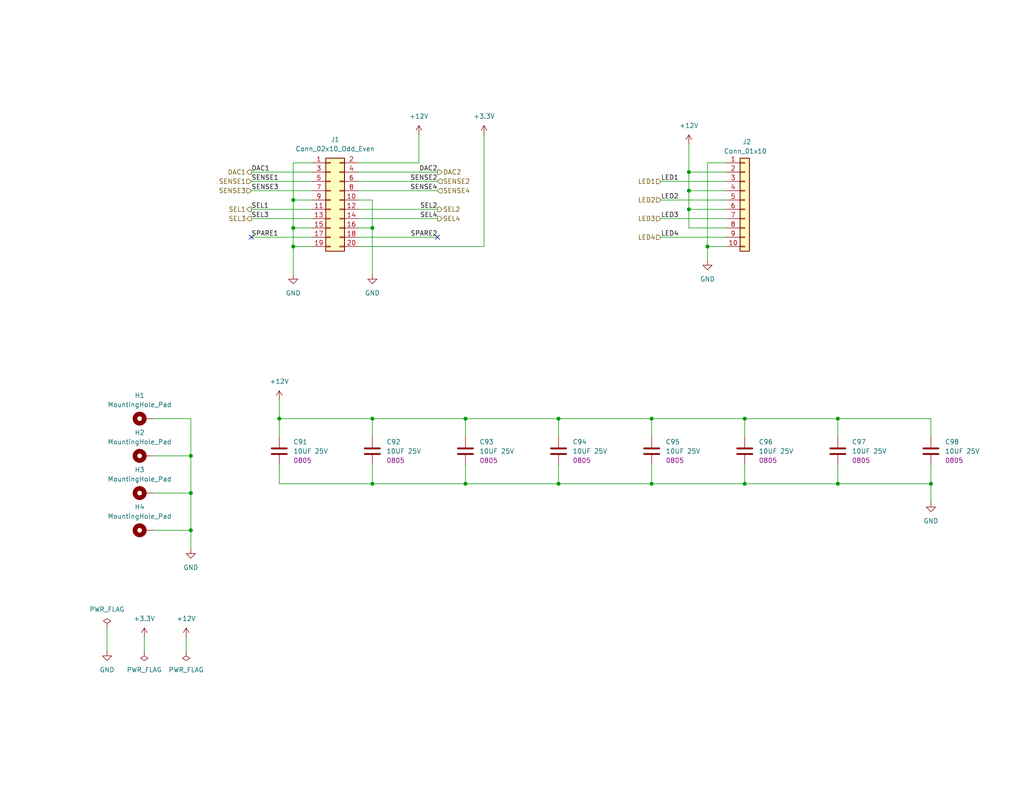
<source format=kicad_sch>
(kicad_sch
	(version 20250114)
	(generator "eeschema")
	(generator_version "9.0")
	(uuid "6812dfc8-cacc-457d-ad08-0fd885108e17")
	(paper "A")
	(title_block
		(title "PBM Driver 4 V2")
		(date "24-DEC-2025")
		(rev "A")
		(comment 1 "Part Number: PCB104 Rev A")
		(comment 4 "Copyright (c) 2025 John Vedder ")
		(comment 5 "MIT Licesnse")
	)
	(lib_symbols
		(symbol "$Local:+12V"
			(power)
			(pin_numbers
				(hide yes)
			)
			(pin_names
				(offset 0)
				(hide yes)
			)
			(exclude_from_sim no)
			(in_bom yes)
			(on_board yes)
			(property "Reference" "#PWR"
				(at 0 -3.81 0)
				(effects
					(font
						(size 1.27 1.27)
					)
					(hide yes)
				)
			)
			(property "Value" "+12V"
				(at 0 3.556 0)
				(effects
					(font
						(size 1.27 1.27)
					)
				)
			)
			(property "Footprint" ""
				(at 0 0 0)
				(effects
					(font
						(size 1.27 1.27)
					)
					(hide yes)
				)
			)
			(property "Datasheet" ""
				(at 0 0 0)
				(effects
					(font
						(size 1.27 1.27)
					)
					(hide yes)
				)
			)
			(property "Description" "Power symbol creates a global label with name \"+12V\""
				(at 0 0 0)
				(effects
					(font
						(size 1.27 1.27)
					)
					(hide yes)
				)
			)
			(property "ki_keywords" "global power"
				(at 0 0 0)
				(effects
					(font
						(size 1.27 1.27)
					)
					(hide yes)
				)
			)
			(symbol "+12V_0_1"
				(polyline
					(pts
						(xy -0.762 1.27) (xy 0 2.54)
					)
					(stroke
						(width 0)
						(type default)
					)
					(fill
						(type none)
					)
				)
				(polyline
					(pts
						(xy 0 2.54) (xy 0.762 1.27)
					)
					(stroke
						(width 0)
						(type default)
					)
					(fill
						(type none)
					)
				)
				(polyline
					(pts
						(xy 0 0) (xy 0 2.54)
					)
					(stroke
						(width 0)
						(type default)
					)
					(fill
						(type none)
					)
				)
			)
			(symbol "+12V_1_1"
				(pin power_in line
					(at 0 0 90)
					(length 0)
					(name "~"
						(effects
							(font
								(size 1.27 1.27)
							)
						)
					)
					(number "1"
						(effects
							(font
								(size 1.27 1.27)
							)
						)
					)
				)
			)
			(embedded_fonts no)
		)
		(symbol "$Local:+3.3V"
			(power)
			(pin_numbers
				(hide yes)
			)
			(pin_names
				(offset 0)
				(hide yes)
			)
			(exclude_from_sim no)
			(in_bom yes)
			(on_board yes)
			(property "Reference" "#PWR"
				(at 0 -3.81 0)
				(effects
					(font
						(size 1.27 1.27)
					)
					(hide yes)
				)
			)
			(property "Value" "+3.3V"
				(at 0 3.556 0)
				(effects
					(font
						(size 1.27 1.27)
					)
				)
			)
			(property "Footprint" ""
				(at 0 0 0)
				(effects
					(font
						(size 1.27 1.27)
					)
					(hide yes)
				)
			)
			(property "Datasheet" ""
				(at 0 0 0)
				(effects
					(font
						(size 1.27 1.27)
					)
					(hide yes)
				)
			)
			(property "Description" "Power symbol creates a global label with name \"+3.3V\""
				(at 0 0 0)
				(effects
					(font
						(size 1.27 1.27)
					)
					(hide yes)
				)
			)
			(property "ki_keywords" "global power"
				(at 0 0 0)
				(effects
					(font
						(size 1.27 1.27)
					)
					(hide yes)
				)
			)
			(symbol "+3.3V_0_1"
				(polyline
					(pts
						(xy -0.762 1.27) (xy 0 2.54)
					)
					(stroke
						(width 0)
						(type default)
					)
					(fill
						(type none)
					)
				)
				(polyline
					(pts
						(xy 0 2.54) (xy 0.762 1.27)
					)
					(stroke
						(width 0)
						(type default)
					)
					(fill
						(type none)
					)
				)
				(polyline
					(pts
						(xy 0 0) (xy 0 2.54)
					)
					(stroke
						(width 0)
						(type default)
					)
					(fill
						(type none)
					)
				)
			)
			(symbol "+3.3V_1_1"
				(pin power_in line
					(at 0 0 90)
					(length 0)
					(name "~"
						(effects
							(font
								(size 1.27 1.27)
							)
						)
					)
					(number "1"
						(effects
							(font
								(size 1.27 1.27)
							)
						)
					)
				)
			)
			(embedded_fonts no)
		)
		(symbol "$Local:C_0805_10UF_25V"
			(pin_numbers
				(hide yes)
			)
			(pin_names
				(offset 0.254)
			)
			(exclude_from_sim no)
			(in_bom yes)
			(on_board yes)
			(property "Reference" "C"
				(at 3.81 1.2701 0)
				(effects
					(font
						(size 1.27 1.27)
					)
					(justify left)
				)
			)
			(property "Value" "10UF 25V"
				(at 3.81 -1.2699 0)
				(effects
					(font
						(size 1.27 1.27)
					)
					(justify left)
				)
			)
			(property "Footprint" "$Local:C_0805_2012Metric"
				(at 0.9652 -3.81 0)
				(effects
					(font
						(size 1.27 1.27)
					)
					(hide yes)
				)
			)
			(property "Datasheet" "~"
				(at 0 0 0)
				(effects
					(font
						(size 1.27 1.27)
					)
					(hide yes)
				)
			)
			(property "Description" "CAP CER 10uF 25V X5R 0805"
				(at 0 0 0)
				(effects
					(font
						(size 1.27 1.27)
					)
					(hide yes)
				)
			)
			(property "Size" "0805"
				(at 3.81 -3.81 0)
				(effects
					(font
						(size 1.27 1.27)
					)
					(justify left)
				)
			)
			(property "PN" "1276-2891-1-ND"
				(at 0 0 0)
				(effects
					(font
						(size 1.27 1.27)
					)
					(hide yes)
				)
			)
			(property "ki_keywords" "cap capacitor"
				(at 0 0 0)
				(effects
					(font
						(size 1.27 1.27)
					)
					(hide yes)
				)
			)
			(property "ki_fp_filters" "C_*"
				(at 0 0 0)
				(effects
					(font
						(size 1.27 1.27)
					)
					(hide yes)
				)
			)
			(symbol "C_0805_10UF_25V_0_1"
				(polyline
					(pts
						(xy -2.032 0.762) (xy 2.032 0.762)
					)
					(stroke
						(width 0.508)
						(type default)
					)
					(fill
						(type none)
					)
				)
				(polyline
					(pts
						(xy -2.032 -0.762) (xy 2.032 -0.762)
					)
					(stroke
						(width 0.508)
						(type default)
					)
					(fill
						(type none)
					)
				)
			)
			(symbol "C_0805_10UF_25V_1_1"
				(pin passive line
					(at 0 3.81 270)
					(length 2.794)
					(name "~"
						(effects
							(font
								(size 1.27 1.27)
							)
						)
					)
					(number "1"
						(effects
							(font
								(size 1.27 1.27)
							)
						)
					)
				)
				(pin passive line
					(at 0 -3.81 90)
					(length 2.794)
					(name "~"
						(effects
							(font
								(size 1.27 1.27)
							)
						)
					)
					(number "2"
						(effects
							(font
								(size 1.27 1.27)
							)
						)
					)
				)
			)
			(embedded_fonts no)
		)
		(symbol "$Local:Conn_01x10"
			(pin_names
				(offset 1.016)
				(hide yes)
			)
			(exclude_from_sim no)
			(in_bom yes)
			(on_board yes)
			(property "Reference" "J"
				(at 0 12.7 0)
				(effects
					(font
						(size 1.27 1.27)
					)
				)
			)
			(property "Value" "Conn_01x10"
				(at 0 -15.24 0)
				(effects
					(font
						(size 1.27 1.27)
					)
				)
			)
			(property "Footprint" ""
				(at 0 0 0)
				(effects
					(font
						(size 1.27 1.27)
					)
					(hide yes)
				)
			)
			(property "Datasheet" "~"
				(at 0 0 0)
				(effects
					(font
						(size 1.27 1.27)
					)
					(hide yes)
				)
			)
			(property "Description" "Generic connector, single row, 01x10, script generated (kicad-library-utils/schlib/autogen/connector/)"
				(at 0 0 0)
				(effects
					(font
						(size 1.27 1.27)
					)
					(hide yes)
				)
			)
			(property "ki_keywords" "connector"
				(at 0 0 0)
				(effects
					(font
						(size 1.27 1.27)
					)
					(hide yes)
				)
			)
			(symbol "Conn_01x10_1_1"
				(rectangle
					(start -1.27 11.43)
					(end 1.27 -13.97)
					(stroke
						(width 0.254)
						(type default)
					)
					(fill
						(type background)
					)
				)
				(rectangle
					(start -1.27 10.287)
					(end 0 10.033)
					(stroke
						(width 0.1524)
						(type default)
					)
					(fill
						(type none)
					)
				)
				(rectangle
					(start -1.27 7.747)
					(end 0 7.493)
					(stroke
						(width 0.1524)
						(type default)
					)
					(fill
						(type none)
					)
				)
				(rectangle
					(start -1.27 5.207)
					(end 0 4.953)
					(stroke
						(width 0.1524)
						(type default)
					)
					(fill
						(type none)
					)
				)
				(rectangle
					(start -1.27 2.667)
					(end 0 2.413)
					(stroke
						(width 0.1524)
						(type default)
					)
					(fill
						(type none)
					)
				)
				(rectangle
					(start -1.27 0.127)
					(end 0 -0.127)
					(stroke
						(width 0.1524)
						(type default)
					)
					(fill
						(type none)
					)
				)
				(rectangle
					(start -1.27 -2.413)
					(end 0 -2.667)
					(stroke
						(width 0.1524)
						(type default)
					)
					(fill
						(type none)
					)
				)
				(rectangle
					(start -1.27 -4.953)
					(end 0 -5.207)
					(stroke
						(width 0.1524)
						(type default)
					)
					(fill
						(type none)
					)
				)
				(rectangle
					(start -1.27 -7.493)
					(end 0 -7.747)
					(stroke
						(width 0.1524)
						(type default)
					)
					(fill
						(type none)
					)
				)
				(rectangle
					(start -1.27 -10.033)
					(end 0 -10.287)
					(stroke
						(width 0.1524)
						(type default)
					)
					(fill
						(type none)
					)
				)
				(rectangle
					(start -1.27 -12.573)
					(end 0 -12.827)
					(stroke
						(width 0.1524)
						(type default)
					)
					(fill
						(type none)
					)
				)
				(pin passive line
					(at -5.08 10.16 0)
					(length 3.81)
					(name "Pin_1"
						(effects
							(font
								(size 1.27 1.27)
							)
						)
					)
					(number "1"
						(effects
							(font
								(size 1.27 1.27)
							)
						)
					)
				)
				(pin passive line
					(at -5.08 7.62 0)
					(length 3.81)
					(name "Pin_2"
						(effects
							(font
								(size 1.27 1.27)
							)
						)
					)
					(number "2"
						(effects
							(font
								(size 1.27 1.27)
							)
						)
					)
				)
				(pin passive line
					(at -5.08 5.08 0)
					(length 3.81)
					(name "Pin_3"
						(effects
							(font
								(size 1.27 1.27)
							)
						)
					)
					(number "3"
						(effects
							(font
								(size 1.27 1.27)
							)
						)
					)
				)
				(pin passive line
					(at -5.08 2.54 0)
					(length 3.81)
					(name "Pin_4"
						(effects
							(font
								(size 1.27 1.27)
							)
						)
					)
					(number "4"
						(effects
							(font
								(size 1.27 1.27)
							)
						)
					)
				)
				(pin passive line
					(at -5.08 0 0)
					(length 3.81)
					(name "Pin_5"
						(effects
							(font
								(size 1.27 1.27)
							)
						)
					)
					(number "5"
						(effects
							(font
								(size 1.27 1.27)
							)
						)
					)
				)
				(pin passive line
					(at -5.08 -2.54 0)
					(length 3.81)
					(name "Pin_6"
						(effects
							(font
								(size 1.27 1.27)
							)
						)
					)
					(number "6"
						(effects
							(font
								(size 1.27 1.27)
							)
						)
					)
				)
				(pin passive line
					(at -5.08 -5.08 0)
					(length 3.81)
					(name "Pin_7"
						(effects
							(font
								(size 1.27 1.27)
							)
						)
					)
					(number "7"
						(effects
							(font
								(size 1.27 1.27)
							)
						)
					)
				)
				(pin passive line
					(at -5.08 -7.62 0)
					(length 3.81)
					(name "Pin_8"
						(effects
							(font
								(size 1.27 1.27)
							)
						)
					)
					(number "8"
						(effects
							(font
								(size 1.27 1.27)
							)
						)
					)
				)
				(pin passive line
					(at -5.08 -10.16 0)
					(length 3.81)
					(name "Pin_9"
						(effects
							(font
								(size 1.27 1.27)
							)
						)
					)
					(number "9"
						(effects
							(font
								(size 1.27 1.27)
							)
						)
					)
				)
				(pin passive line
					(at -5.08 -12.7 0)
					(length 3.81)
					(name "Pin_10"
						(effects
							(font
								(size 1.27 1.27)
							)
						)
					)
					(number "10"
						(effects
							(font
								(size 1.27 1.27)
							)
						)
					)
				)
			)
			(embedded_fonts no)
		)
		(symbol "$Local:Conn_02x10_Odd_Even"
			(pin_names
				(offset 1.016)
				(hide yes)
			)
			(exclude_from_sim no)
			(in_bom yes)
			(on_board yes)
			(property "Reference" "J"
				(at 1.27 12.7 0)
				(effects
					(font
						(size 1.27 1.27)
					)
				)
			)
			(property "Value" "Conn_02x10_Odd_Even"
				(at 1.27 -15.24 0)
				(effects
					(font
						(size 1.27 1.27)
					)
				)
			)
			(property "Footprint" ""
				(at 0 0 0)
				(effects
					(font
						(size 1.27 1.27)
					)
					(hide yes)
				)
			)
			(property "Datasheet" "~"
				(at 0 0 0)
				(effects
					(font
						(size 1.27 1.27)
					)
					(hide yes)
				)
			)
			(property "Description" "Generic connector, double row, 02x10, odd/even pin numbering scheme (row 1 odd numbers, row 2 even numbers), script generated (kicad-library-utils/schlib/autogen/connector/)"
				(at 0 0 0)
				(effects
					(font
						(size 1.27 1.27)
					)
					(hide yes)
				)
			)
			(property "ki_keywords" "connector"
				(at 0 0 0)
				(effects
					(font
						(size 1.27 1.27)
					)
					(hide yes)
				)
			)
			(symbol "Conn_02x10_Odd_Even_1_1"
				(rectangle
					(start -1.27 11.43)
					(end 3.81 -13.97)
					(stroke
						(width 0.254)
						(type default)
					)
					(fill
						(type background)
					)
				)
				(rectangle
					(start -1.27 10.287)
					(end 0 10.033)
					(stroke
						(width 0.1524)
						(type default)
					)
					(fill
						(type none)
					)
				)
				(rectangle
					(start -1.27 7.747)
					(end 0 7.493)
					(stroke
						(width 0.1524)
						(type default)
					)
					(fill
						(type none)
					)
				)
				(rectangle
					(start -1.27 5.207)
					(end 0 4.953)
					(stroke
						(width 0.1524)
						(type default)
					)
					(fill
						(type none)
					)
				)
				(rectangle
					(start -1.27 2.667)
					(end 0 2.413)
					(stroke
						(width 0.1524)
						(type default)
					)
					(fill
						(type none)
					)
				)
				(rectangle
					(start -1.27 0.127)
					(end 0 -0.127)
					(stroke
						(width 0.1524)
						(type default)
					)
					(fill
						(type none)
					)
				)
				(rectangle
					(start -1.27 -2.413)
					(end 0 -2.667)
					(stroke
						(width 0.1524)
						(type default)
					)
					(fill
						(type none)
					)
				)
				(rectangle
					(start -1.27 -4.953)
					(end 0 -5.207)
					(stroke
						(width 0.1524)
						(type default)
					)
					(fill
						(type none)
					)
				)
				(rectangle
					(start -1.27 -7.493)
					(end 0 -7.747)
					(stroke
						(width 0.1524)
						(type default)
					)
					(fill
						(type none)
					)
				)
				(rectangle
					(start -1.27 -10.033)
					(end 0 -10.287)
					(stroke
						(width 0.1524)
						(type default)
					)
					(fill
						(type none)
					)
				)
				(rectangle
					(start -1.27 -12.573)
					(end 0 -12.827)
					(stroke
						(width 0.1524)
						(type default)
					)
					(fill
						(type none)
					)
				)
				(rectangle
					(start 3.81 10.287)
					(end 2.54 10.033)
					(stroke
						(width 0.1524)
						(type default)
					)
					(fill
						(type none)
					)
				)
				(rectangle
					(start 3.81 7.747)
					(end 2.54 7.493)
					(stroke
						(width 0.1524)
						(type default)
					)
					(fill
						(type none)
					)
				)
				(rectangle
					(start 3.81 5.207)
					(end 2.54 4.953)
					(stroke
						(width 0.1524)
						(type default)
					)
					(fill
						(type none)
					)
				)
				(rectangle
					(start 3.81 2.667)
					(end 2.54 2.413)
					(stroke
						(width 0.1524)
						(type default)
					)
					(fill
						(type none)
					)
				)
				(rectangle
					(start 3.81 0.127)
					(end 2.54 -0.127)
					(stroke
						(width 0.1524)
						(type default)
					)
					(fill
						(type none)
					)
				)
				(rectangle
					(start 3.81 -2.413)
					(end 2.54 -2.667)
					(stroke
						(width 0.1524)
						(type default)
					)
					(fill
						(type none)
					)
				)
				(rectangle
					(start 3.81 -4.953)
					(end 2.54 -5.207)
					(stroke
						(width 0.1524)
						(type default)
					)
					(fill
						(type none)
					)
				)
				(rectangle
					(start 3.81 -7.493)
					(end 2.54 -7.747)
					(stroke
						(width 0.1524)
						(type default)
					)
					(fill
						(type none)
					)
				)
				(rectangle
					(start 3.81 -10.033)
					(end 2.54 -10.287)
					(stroke
						(width 0.1524)
						(type default)
					)
					(fill
						(type none)
					)
				)
				(rectangle
					(start 3.81 -12.573)
					(end 2.54 -12.827)
					(stroke
						(width 0.1524)
						(type default)
					)
					(fill
						(type none)
					)
				)
				(pin passive line
					(at -5.08 10.16 0)
					(length 3.81)
					(name "Pin_1"
						(effects
							(font
								(size 1.27 1.27)
							)
						)
					)
					(number "1"
						(effects
							(font
								(size 1.27 1.27)
							)
						)
					)
				)
				(pin passive line
					(at -5.08 7.62 0)
					(length 3.81)
					(name "Pin_3"
						(effects
							(font
								(size 1.27 1.27)
							)
						)
					)
					(number "3"
						(effects
							(font
								(size 1.27 1.27)
							)
						)
					)
				)
				(pin passive line
					(at -5.08 5.08 0)
					(length 3.81)
					(name "Pin_5"
						(effects
							(font
								(size 1.27 1.27)
							)
						)
					)
					(number "5"
						(effects
							(font
								(size 1.27 1.27)
							)
						)
					)
				)
				(pin passive line
					(at -5.08 2.54 0)
					(length 3.81)
					(name "Pin_7"
						(effects
							(font
								(size 1.27 1.27)
							)
						)
					)
					(number "7"
						(effects
							(font
								(size 1.27 1.27)
							)
						)
					)
				)
				(pin passive line
					(at -5.08 0 0)
					(length 3.81)
					(name "Pin_9"
						(effects
							(font
								(size 1.27 1.27)
							)
						)
					)
					(number "9"
						(effects
							(font
								(size 1.27 1.27)
							)
						)
					)
				)
				(pin passive line
					(at -5.08 -2.54 0)
					(length 3.81)
					(name "Pin_11"
						(effects
							(font
								(size 1.27 1.27)
							)
						)
					)
					(number "11"
						(effects
							(font
								(size 1.27 1.27)
							)
						)
					)
				)
				(pin passive line
					(at -5.08 -5.08 0)
					(length 3.81)
					(name "Pin_13"
						(effects
							(font
								(size 1.27 1.27)
							)
						)
					)
					(number "13"
						(effects
							(font
								(size 1.27 1.27)
							)
						)
					)
				)
				(pin passive line
					(at -5.08 -7.62 0)
					(length 3.81)
					(name "Pin_15"
						(effects
							(font
								(size 1.27 1.27)
							)
						)
					)
					(number "15"
						(effects
							(font
								(size 1.27 1.27)
							)
						)
					)
				)
				(pin passive line
					(at -5.08 -10.16 0)
					(length 3.81)
					(name "Pin_17"
						(effects
							(font
								(size 1.27 1.27)
							)
						)
					)
					(number "17"
						(effects
							(font
								(size 1.27 1.27)
							)
						)
					)
				)
				(pin passive line
					(at -5.08 -12.7 0)
					(length 3.81)
					(name "Pin_19"
						(effects
							(font
								(size 1.27 1.27)
							)
						)
					)
					(number "19"
						(effects
							(font
								(size 1.27 1.27)
							)
						)
					)
				)
				(pin passive line
					(at 7.62 10.16 180)
					(length 3.81)
					(name "Pin_2"
						(effects
							(font
								(size 1.27 1.27)
							)
						)
					)
					(number "2"
						(effects
							(font
								(size 1.27 1.27)
							)
						)
					)
				)
				(pin passive line
					(at 7.62 7.62 180)
					(length 3.81)
					(name "Pin_4"
						(effects
							(font
								(size 1.27 1.27)
							)
						)
					)
					(number "4"
						(effects
							(font
								(size 1.27 1.27)
							)
						)
					)
				)
				(pin passive line
					(at 7.62 5.08 180)
					(length 3.81)
					(name "Pin_6"
						(effects
							(font
								(size 1.27 1.27)
							)
						)
					)
					(number "6"
						(effects
							(font
								(size 1.27 1.27)
							)
						)
					)
				)
				(pin passive line
					(at 7.62 2.54 180)
					(length 3.81)
					(name "Pin_8"
						(effects
							(font
								(size 1.27 1.27)
							)
						)
					)
					(number "8"
						(effects
							(font
								(size 1.27 1.27)
							)
						)
					)
				)
				(pin passive line
					(at 7.62 0 180)
					(length 3.81)
					(name "Pin_10"
						(effects
							(font
								(size 1.27 1.27)
							)
						)
					)
					(number "10"
						(effects
							(font
								(size 1.27 1.27)
							)
						)
					)
				)
				(pin passive line
					(at 7.62 -2.54 180)
					(length 3.81)
					(name "Pin_12"
						(effects
							(font
								(size 1.27 1.27)
							)
						)
					)
					(number "12"
						(effects
							(font
								(size 1.27 1.27)
							)
						)
					)
				)
				(pin passive line
					(at 7.62 -5.08 180)
					(length 3.81)
					(name "Pin_14"
						(effects
							(font
								(size 1.27 1.27)
							)
						)
					)
					(number "14"
						(effects
							(font
								(size 1.27 1.27)
							)
						)
					)
				)
				(pin passive line
					(at 7.62 -7.62 180)
					(length 3.81)
					(name "Pin_16"
						(effects
							(font
								(size 1.27 1.27)
							)
						)
					)
					(number "16"
						(effects
							(font
								(size 1.27 1.27)
							)
						)
					)
				)
				(pin passive line
					(at 7.62 -10.16 180)
					(length 3.81)
					(name "Pin_18"
						(effects
							(font
								(size 1.27 1.27)
							)
						)
					)
					(number "18"
						(effects
							(font
								(size 1.27 1.27)
							)
						)
					)
				)
				(pin passive line
					(at 7.62 -12.7 180)
					(length 3.81)
					(name "Pin_20"
						(effects
							(font
								(size 1.27 1.27)
							)
						)
					)
					(number "20"
						(effects
							(font
								(size 1.27 1.27)
							)
						)
					)
				)
			)
			(embedded_fonts no)
		)
		(symbol "$Local:GND"
			(power)
			(pin_numbers
				(hide yes)
			)
			(pin_names
				(offset 0)
				(hide yes)
			)
			(exclude_from_sim no)
			(in_bom yes)
			(on_board yes)
			(property "Reference" "#PWR"
				(at 0 -6.35 0)
				(effects
					(font
						(size 1.27 1.27)
					)
					(hide yes)
				)
			)
			(property "Value" "GND"
				(at 0 -3.81 0)
				(effects
					(font
						(size 1.27 1.27)
					)
				)
			)
			(property "Footprint" ""
				(at 0 0 0)
				(effects
					(font
						(size 1.27 1.27)
					)
					(hide yes)
				)
			)
			(property "Datasheet" ""
				(at 0 0 0)
				(effects
					(font
						(size 1.27 1.27)
					)
					(hide yes)
				)
			)
			(property "Description" "Power symbol creates a global label with name \"GND\" , ground"
				(at 0 0 0)
				(effects
					(font
						(size 1.27 1.27)
					)
					(hide yes)
				)
			)
			(property "ki_keywords" "global power"
				(at 0 0 0)
				(effects
					(font
						(size 1.27 1.27)
					)
					(hide yes)
				)
			)
			(symbol "GND_0_1"
				(polyline
					(pts
						(xy 0 0) (xy 0 -1.27) (xy 1.27 -1.27) (xy 0 -2.54) (xy -1.27 -1.27) (xy 0 -1.27)
					)
					(stroke
						(width 0)
						(type default)
					)
					(fill
						(type none)
					)
				)
			)
			(symbol "GND_1_1"
				(pin power_in line
					(at 0 0 270)
					(length 0)
					(name "~"
						(effects
							(font
								(size 1.27 1.27)
							)
						)
					)
					(number "1"
						(effects
							(font
								(size 1.27 1.27)
							)
						)
					)
				)
			)
			(embedded_fonts no)
		)
		(symbol "$Local:MountingHole_Pad"
			(pin_numbers
				(hide yes)
			)
			(pin_names
				(offset 1.016)
				(hide yes)
			)
			(exclude_from_sim no)
			(in_bom no)
			(on_board yes)
			(property "Reference" "H"
				(at 0 6.35 0)
				(effects
					(font
						(size 1.27 1.27)
					)
				)
			)
			(property "Value" "MountingHole_Pad"
				(at 0 4.445 0)
				(effects
					(font
						(size 1.27 1.27)
					)
				)
			)
			(property "Footprint" ""
				(at 0 0 0)
				(effects
					(font
						(size 1.27 1.27)
					)
					(hide yes)
				)
			)
			(property "Datasheet" "~"
				(at 0 0 0)
				(effects
					(font
						(size 1.27 1.27)
					)
					(hide yes)
				)
			)
			(property "Description" "Mounting Hole with connection"
				(at 0 0 0)
				(effects
					(font
						(size 1.27 1.27)
					)
					(hide yes)
				)
			)
			(property "ki_keywords" "mounting hole"
				(at 0 0 0)
				(effects
					(font
						(size 1.27 1.27)
					)
					(hide yes)
				)
			)
			(property "ki_fp_filters" "MountingHole*Pad*"
				(at 0 0 0)
				(effects
					(font
						(size 1.27 1.27)
					)
					(hide yes)
				)
			)
			(symbol "MountingHole_Pad_0_1"
				(circle
					(center 0 1.27)
					(radius 1.27)
					(stroke
						(width 1.27)
						(type default)
					)
					(fill
						(type none)
					)
				)
			)
			(symbol "MountingHole_Pad_1_1"
				(pin input line
					(at 0 -2.54 90)
					(length 2.54)
					(name "1"
						(effects
							(font
								(size 1.27 1.27)
							)
						)
					)
					(number "1"
						(effects
							(font
								(size 1.27 1.27)
							)
						)
					)
				)
			)
			(embedded_fonts no)
		)
		(symbol "power:PWR_FLAG"
			(power)
			(pin_numbers
				(hide yes)
			)
			(pin_names
				(offset 0)
				(hide yes)
			)
			(exclude_from_sim no)
			(in_bom yes)
			(on_board yes)
			(property "Reference" "#FLG"
				(at 0 1.905 0)
				(effects
					(font
						(size 1.27 1.27)
					)
					(hide yes)
				)
			)
			(property "Value" "PWR_FLAG"
				(at 0 3.81 0)
				(effects
					(font
						(size 1.27 1.27)
					)
				)
			)
			(property "Footprint" ""
				(at 0 0 0)
				(effects
					(font
						(size 1.27 1.27)
					)
					(hide yes)
				)
			)
			(property "Datasheet" "~"
				(at 0 0 0)
				(effects
					(font
						(size 1.27 1.27)
					)
					(hide yes)
				)
			)
			(property "Description" "Special symbol for telling ERC where power comes from"
				(at 0 0 0)
				(effects
					(font
						(size 1.27 1.27)
					)
					(hide yes)
				)
			)
			(property "ki_keywords" "flag power"
				(at 0 0 0)
				(effects
					(font
						(size 1.27 1.27)
					)
					(hide yes)
				)
			)
			(symbol "PWR_FLAG_0_0"
				(pin power_out line
					(at 0 0 90)
					(length 0)
					(name "~"
						(effects
							(font
								(size 1.27 1.27)
							)
						)
					)
					(number "1"
						(effects
							(font
								(size 1.27 1.27)
							)
						)
					)
				)
			)
			(symbol "PWR_FLAG_0_1"
				(polyline
					(pts
						(xy 0 0) (xy 0 1.27) (xy -1.016 1.905) (xy 0 2.54) (xy 1.016 1.905) (xy 0 1.27)
					)
					(stroke
						(width 0)
						(type default)
					)
					(fill
						(type none)
					)
				)
			)
			(embedded_fonts no)
		)
	)
	(junction
		(at 152.4 114.3)
		(diameter 0)
		(color 0 0 0 0)
		(uuid "068ee898-6219-4f0f-b67d-462cd9d3302b")
	)
	(junction
		(at 52.07 124.46)
		(diameter 0)
		(color 0 0 0 0)
		(uuid "189eb5ff-0349-4d24-9271-7194df425962")
	)
	(junction
		(at 101.6 62.23)
		(diameter 0)
		(color 0 0 0 0)
		(uuid "2546fede-6c26-491b-88f6-494ea8662d3c")
	)
	(junction
		(at 80.01 67.31)
		(diameter 0)
		(color 0 0 0 0)
		(uuid "3c72c638-9906-4d95-841c-6ac7eb5fd5dd")
	)
	(junction
		(at 101.6 132.08)
		(diameter 0)
		(color 0 0 0 0)
		(uuid "4581bd7f-5149-4f15-87c3-b570892859d8")
	)
	(junction
		(at 254 132.08)
		(diameter 0)
		(color 0 0 0 0)
		(uuid "4d1fe0dc-9214-4abd-a371-dcdf6adb0a3a")
	)
	(junction
		(at 193.04 67.31)
		(diameter 0)
		(color 0 0 0 0)
		(uuid "6473a1b6-9456-40fc-8680-5b869b90c0c0")
	)
	(junction
		(at 52.07 144.78)
		(diameter 0)
		(color 0 0 0 0)
		(uuid "665cfabd-3446-4f98-b261-12a765b39eb1")
	)
	(junction
		(at 80.01 54.61)
		(diameter 0)
		(color 0 0 0 0)
		(uuid "77740508-3110-4b8c-b631-988e30e25a33")
	)
	(junction
		(at 228.6 114.3)
		(diameter 0)
		(color 0 0 0 0)
		(uuid "81b98325-74e8-4286-94a4-5022f9d9ea9b")
	)
	(junction
		(at 152.4 132.08)
		(diameter 0)
		(color 0 0 0 0)
		(uuid "84547194-256f-4547-b783-268a1a929ea8")
	)
	(junction
		(at 101.6 114.3)
		(diameter 0)
		(color 0 0 0 0)
		(uuid "84a4778b-d47d-4e54-a838-c427f5ad5391")
	)
	(junction
		(at 177.8 132.08)
		(diameter 0)
		(color 0 0 0 0)
		(uuid "8f804607-38e2-4a30-beae-34e66c0fbcfb")
	)
	(junction
		(at 187.96 52.07)
		(diameter 0)
		(color 0 0 0 0)
		(uuid "94660683-e520-4a57-9ebc-73ae3a47fb5d")
	)
	(junction
		(at 228.6 132.08)
		(diameter 0)
		(color 0 0 0 0)
		(uuid "a3545da7-17eb-446d-bfd2-0451c206972b")
	)
	(junction
		(at 76.2 114.3)
		(diameter 0)
		(color 0 0 0 0)
		(uuid "a3a23c9a-1333-47b8-ab3c-ee97d310ca25")
	)
	(junction
		(at 203.2 132.08)
		(diameter 0)
		(color 0 0 0 0)
		(uuid "a8397caf-3fd4-42a4-8fae-43c78c29da2b")
	)
	(junction
		(at 127 132.08)
		(diameter 0)
		(color 0 0 0 0)
		(uuid "ac27c1c5-fb9b-44ef-ae94-7dc8e4474304")
	)
	(junction
		(at 203.2 114.3)
		(diameter 0)
		(color 0 0 0 0)
		(uuid "acb89af1-6cfc-4d87-8ae6-c9d94732bab7")
	)
	(junction
		(at 52.07 134.62)
		(diameter 0)
		(color 0 0 0 0)
		(uuid "b72b4785-60e5-4c96-a190-0c0c0e00ee5f")
	)
	(junction
		(at 187.96 57.15)
		(diameter 0)
		(color 0 0 0 0)
		(uuid "e3672727-d726-4309-9527-af1504fb4757")
	)
	(junction
		(at 80.01 62.23)
		(diameter 0)
		(color 0 0 0 0)
		(uuid "eaec1c55-8dea-415f-b77b-3997c0329c1b")
	)
	(junction
		(at 127 114.3)
		(diameter 0)
		(color 0 0 0 0)
		(uuid "f3162ea1-99da-4c16-b0ef-026c712acb9a")
	)
	(junction
		(at 177.8 114.3)
		(diameter 0)
		(color 0 0 0 0)
		(uuid "f320a5dd-bf19-4eea-8250-ba803dc445c3")
	)
	(junction
		(at 187.96 46.99)
		(diameter 0)
		(color 0 0 0 0)
		(uuid "feb93195-dbf5-455f-8534-4c37e170e7ae")
	)
	(no_connect
		(at 119.38 64.77)
		(uuid "4a0cca50-7054-48f5-8dc8-0257cdc62033")
	)
	(no_connect
		(at 68.58 64.77)
		(uuid "d2d0ee8e-64ea-459c-9a0c-b10c5e1f00e5")
	)
	(wire
		(pts
			(xy 152.4 114.3) (xy 177.8 114.3)
		)
		(stroke
			(width 0)
			(type default)
		)
		(uuid "002d31aa-b327-4f4b-9b23-18135c2e3c14")
	)
	(wire
		(pts
			(xy 85.09 44.45) (xy 80.01 44.45)
		)
		(stroke
			(width 0)
			(type default)
		)
		(uuid "013d1dc2-bef3-4bd0-bff8-c16a581a45f2")
	)
	(wire
		(pts
			(xy 80.01 62.23) (xy 85.09 62.23)
		)
		(stroke
			(width 0)
			(type default)
		)
		(uuid "05efeb0f-3d1f-415f-88d9-bf20f6f5cb6c")
	)
	(wire
		(pts
			(xy 50.8 173.99) (xy 50.8 177.8)
		)
		(stroke
			(width 0)
			(type default)
		)
		(uuid "085eee1a-997c-4f76-8617-e7f086cc11c2")
	)
	(wire
		(pts
			(xy 76.2 114.3) (xy 76.2 119.38)
		)
		(stroke
			(width 0)
			(type default)
		)
		(uuid "1009aeb3-3b8b-418e-ba54-a4190119ba3b")
	)
	(wire
		(pts
			(xy 68.58 46.99) (xy 85.09 46.99)
		)
		(stroke
			(width 0)
			(type default)
		)
		(uuid "136cc3eb-bd54-49d8-83b5-8535cbd53831")
	)
	(wire
		(pts
			(xy 180.34 64.77) (xy 198.12 64.77)
		)
		(stroke
			(width 0)
			(type default)
		)
		(uuid "16b150e0-11e0-400e-ae89-b15a554f6d2d")
	)
	(wire
		(pts
			(xy 127 114.3) (xy 127 119.38)
		)
		(stroke
			(width 0)
			(type default)
		)
		(uuid "1aef9dac-21d0-496b-a90d-dfea6859802b")
	)
	(wire
		(pts
			(xy 228.6 127) (xy 228.6 132.08)
		)
		(stroke
			(width 0)
			(type default)
		)
		(uuid "1d065700-0dfc-4112-9672-f5b9967e2ef1")
	)
	(wire
		(pts
			(xy 152.4 127) (xy 152.4 132.08)
		)
		(stroke
			(width 0)
			(type default)
		)
		(uuid "21b6e39d-ed3e-424c-9525-c20b4417263c")
	)
	(wire
		(pts
			(xy 180.34 49.53) (xy 198.12 49.53)
		)
		(stroke
			(width 0)
			(type default)
		)
		(uuid "2237e7cc-7aea-4286-9a27-a17e1799b31e")
	)
	(wire
		(pts
			(xy 187.96 52.07) (xy 187.96 57.15)
		)
		(stroke
			(width 0)
			(type default)
		)
		(uuid "2411e9eb-059b-4f36-be59-9d9a6e3bd813")
	)
	(wire
		(pts
			(xy 177.8 127) (xy 177.8 132.08)
		)
		(stroke
			(width 0)
			(type default)
		)
		(uuid "26307e0c-2cab-48c7-b508-d28104826364")
	)
	(wire
		(pts
			(xy 97.79 46.99) (xy 119.38 46.99)
		)
		(stroke
			(width 0)
			(type default)
		)
		(uuid "2cf8a4d0-5a24-4614-a4d5-4d2d703fa051")
	)
	(wire
		(pts
			(xy 127 132.08) (xy 152.4 132.08)
		)
		(stroke
			(width 0)
			(type default)
		)
		(uuid "2d137639-d650-4e9e-8fc5-c1cd2d356d60")
	)
	(wire
		(pts
			(xy 187.96 62.23) (xy 198.12 62.23)
		)
		(stroke
			(width 0)
			(type default)
		)
		(uuid "307982c7-c1d2-4258-b08e-8ce73d93db9b")
	)
	(wire
		(pts
			(xy 152.4 119.38) (xy 152.4 114.3)
		)
		(stroke
			(width 0)
			(type default)
		)
		(uuid "31c94453-7250-4f82-b603-609c440bcbf6")
	)
	(wire
		(pts
			(xy 101.6 127) (xy 101.6 132.08)
		)
		(stroke
			(width 0)
			(type default)
		)
		(uuid "324c0ce7-fa14-44d0-925e-af21078c3be5")
	)
	(wire
		(pts
			(xy 127 114.3) (xy 152.4 114.3)
		)
		(stroke
			(width 0)
			(type default)
		)
		(uuid "352c2752-9bd3-446f-8173-197316e7c38d")
	)
	(wire
		(pts
			(xy 101.6 114.3) (xy 101.6 119.38)
		)
		(stroke
			(width 0)
			(type default)
		)
		(uuid "3783a3a9-98a4-4405-a88e-5c7036043b8c")
	)
	(wire
		(pts
			(xy 80.01 54.61) (xy 80.01 62.23)
		)
		(stroke
			(width 0)
			(type default)
		)
		(uuid "3b82115b-c071-48a8-8516-b9e0d9cb15d3")
	)
	(wire
		(pts
			(xy 228.6 114.3) (xy 228.6 119.38)
		)
		(stroke
			(width 0)
			(type default)
		)
		(uuid "3c1048c0-d47d-457f-a3c4-5bf9bb008ee4")
	)
	(wire
		(pts
			(xy 41.91 134.62) (xy 52.07 134.62)
		)
		(stroke
			(width 0)
			(type default)
		)
		(uuid "3f91279e-1749-43cf-81e6-141da6bdf43e")
	)
	(wire
		(pts
			(xy 80.01 44.45) (xy 80.01 54.61)
		)
		(stroke
			(width 0)
			(type default)
		)
		(uuid "4fb19cec-c6d2-4b32-97e9-ef795d738b84")
	)
	(wire
		(pts
			(xy 97.79 62.23) (xy 101.6 62.23)
		)
		(stroke
			(width 0)
			(type default)
		)
		(uuid "50e24517-0712-49da-a344-da6037f3fce5")
	)
	(wire
		(pts
			(xy 228.6 114.3) (xy 254 114.3)
		)
		(stroke
			(width 0)
			(type default)
		)
		(uuid "519df33a-b03f-4ec9-8956-49c70ba52f87")
	)
	(wire
		(pts
			(xy 177.8 132.08) (xy 203.2 132.08)
		)
		(stroke
			(width 0)
			(type default)
		)
		(uuid "59764ce3-8712-4556-bef9-082616270efb")
	)
	(wire
		(pts
			(xy 193.04 44.45) (xy 193.04 67.31)
		)
		(stroke
			(width 0)
			(type default)
		)
		(uuid "5dacb241-2d6b-483c-acd8-e6044b2d562c")
	)
	(wire
		(pts
			(xy 228.6 132.08) (xy 254 132.08)
		)
		(stroke
			(width 0)
			(type default)
		)
		(uuid "5f2b8f6f-a40e-4260-bac9-50bc70805635")
	)
	(wire
		(pts
			(xy 127 127) (xy 127 132.08)
		)
		(stroke
			(width 0)
			(type default)
		)
		(uuid "65b457de-efec-470a-9402-f0d7f43f9d59")
	)
	(wire
		(pts
			(xy 101.6 62.23) (xy 101.6 74.93)
		)
		(stroke
			(width 0)
			(type default)
		)
		(uuid "679a73e8-3ebd-453c-a218-6872ef2df76e")
	)
	(wire
		(pts
			(xy 68.58 57.15) (xy 85.09 57.15)
		)
		(stroke
			(width 0)
			(type default)
		)
		(uuid "6bbd966a-ca7d-48a1-b084-f67b77ff7be9")
	)
	(wire
		(pts
			(xy 97.79 64.77) (xy 119.38 64.77)
		)
		(stroke
			(width 0)
			(type default)
		)
		(uuid "6d9d93c8-9f23-4af6-8807-6e9c79abca32")
	)
	(wire
		(pts
			(xy 97.79 49.53) (xy 119.38 49.53)
		)
		(stroke
			(width 0)
			(type default)
		)
		(uuid "749b0c78-77b8-4aa9-bf57-32c7492bbeed")
	)
	(wire
		(pts
			(xy 101.6 114.3) (xy 127 114.3)
		)
		(stroke
			(width 0)
			(type default)
		)
		(uuid "74a5384e-0349-463f-ac31-cb819bf69c31")
	)
	(wire
		(pts
			(xy 29.21 171.45) (xy 29.21 177.8)
		)
		(stroke
			(width 0)
			(type default)
		)
		(uuid "761a489e-03c5-4186-97f9-fae6458a1d21")
	)
	(wire
		(pts
			(xy 193.04 67.31) (xy 198.12 67.31)
		)
		(stroke
			(width 0)
			(type default)
		)
		(uuid "7b9d81e7-497f-4313-8da3-6d4d1cde209c")
	)
	(wire
		(pts
			(xy 41.91 144.78) (xy 52.07 144.78)
		)
		(stroke
			(width 0)
			(type default)
		)
		(uuid "7cd7ec2b-98b7-4562-a96f-533e3eccefb9")
	)
	(wire
		(pts
			(xy 180.34 59.69) (xy 198.12 59.69)
		)
		(stroke
			(width 0)
			(type default)
		)
		(uuid "82287f0f-8404-46a4-804a-d9700ab54fd3")
	)
	(wire
		(pts
			(xy 114.3 36.83) (xy 114.3 44.45)
		)
		(stroke
			(width 0)
			(type default)
		)
		(uuid "86a8c328-9826-4c14-833d-945c8a29e490")
	)
	(wire
		(pts
			(xy 97.79 54.61) (xy 101.6 54.61)
		)
		(stroke
			(width 0)
			(type default)
		)
		(uuid "86b52c42-5244-4419-b42e-1c8c30edaa4b")
	)
	(wire
		(pts
			(xy 180.34 54.61) (xy 198.12 54.61)
		)
		(stroke
			(width 0)
			(type default)
		)
		(uuid "89c704c6-0581-4bef-afff-763915bed5fa")
	)
	(wire
		(pts
			(xy 187.96 46.99) (xy 198.12 46.99)
		)
		(stroke
			(width 0)
			(type default)
		)
		(uuid "8c2ac3c4-1a78-443c-bf14-2dc987d08344")
	)
	(wire
		(pts
			(xy 97.79 44.45) (xy 114.3 44.45)
		)
		(stroke
			(width 0)
			(type default)
		)
		(uuid "8d9e6fb8-c3c5-43c4-b973-2e6188f5f829")
	)
	(wire
		(pts
			(xy 203.2 127) (xy 203.2 132.08)
		)
		(stroke
			(width 0)
			(type default)
		)
		(uuid "8f94c47b-7583-4a63-ac5d-089c3bec85fa")
	)
	(wire
		(pts
			(xy 177.8 114.3) (xy 177.8 119.38)
		)
		(stroke
			(width 0)
			(type default)
		)
		(uuid "91d76590-362a-44ed-a393-38ad2430cbf6")
	)
	(wire
		(pts
			(xy 97.79 59.69) (xy 119.38 59.69)
		)
		(stroke
			(width 0)
			(type default)
		)
		(uuid "96ac4977-46ba-44c2-898e-45416ee0b047")
	)
	(wire
		(pts
			(xy 187.96 52.07) (xy 198.12 52.07)
		)
		(stroke
			(width 0)
			(type default)
		)
		(uuid "98b2a0eb-35c6-4662-abf6-dffd2bcc0395")
	)
	(wire
		(pts
			(xy 97.79 67.31) (xy 132.08 67.31)
		)
		(stroke
			(width 0)
			(type default)
		)
		(uuid "9985dc07-bc11-4876-ace4-68b573c60ade")
	)
	(wire
		(pts
			(xy 203.2 132.08) (xy 228.6 132.08)
		)
		(stroke
			(width 0)
			(type default)
		)
		(uuid "9ba0fe7b-81d1-4931-bd89-76471af60723")
	)
	(wire
		(pts
			(xy 101.6 132.08) (xy 127 132.08)
		)
		(stroke
			(width 0)
			(type default)
		)
		(uuid "9d95ea70-e34d-4047-8591-131da811e6d3")
	)
	(wire
		(pts
			(xy 97.79 52.07) (xy 119.38 52.07)
		)
		(stroke
			(width 0)
			(type default)
		)
		(uuid "a4ebd0b4-7b08-4ccc-8135-6d59db1b860d")
	)
	(wire
		(pts
			(xy 254 127) (xy 254 132.08)
		)
		(stroke
			(width 0)
			(type default)
		)
		(uuid "a8334705-9a3a-4a5a-8d7c-308131960026")
	)
	(wire
		(pts
			(xy 187.96 57.15) (xy 198.12 57.15)
		)
		(stroke
			(width 0)
			(type default)
		)
		(uuid "a9269fb3-e92a-4d7f-a7d7-dc7cd0a84e0c")
	)
	(wire
		(pts
			(xy 187.96 46.99) (xy 187.96 52.07)
		)
		(stroke
			(width 0)
			(type default)
		)
		(uuid "ab5025da-7f30-47e6-bced-8f3d2aac3e6a")
	)
	(wire
		(pts
			(xy 52.07 134.62) (xy 52.07 144.78)
		)
		(stroke
			(width 0)
			(type default)
		)
		(uuid "b1c704d0-bf53-4afc-b1e5-a9036fe8e502")
	)
	(wire
		(pts
			(xy 80.01 67.31) (xy 80.01 74.93)
		)
		(stroke
			(width 0)
			(type default)
		)
		(uuid "b4947f07-3d88-4843-8a67-cb3585bf61f0")
	)
	(wire
		(pts
			(xy 68.58 64.77) (xy 85.09 64.77)
		)
		(stroke
			(width 0)
			(type default)
		)
		(uuid "b6403829-8746-4f7f-9032-88d4ecb4fcc2")
	)
	(wire
		(pts
			(xy 203.2 114.3) (xy 228.6 114.3)
		)
		(stroke
			(width 0)
			(type default)
		)
		(uuid "b6bb495c-5d5d-410f-81ac-2934320511dd")
	)
	(wire
		(pts
			(xy 76.2 109.22) (xy 76.2 114.3)
		)
		(stroke
			(width 0)
			(type default)
		)
		(uuid "b714af16-6e85-466b-8e09-8d313377941b")
	)
	(wire
		(pts
			(xy 68.58 49.53) (xy 85.09 49.53)
		)
		(stroke
			(width 0)
			(type default)
		)
		(uuid "b83fc010-5841-4911-8d32-677b5089ac21")
	)
	(wire
		(pts
			(xy 76.2 127) (xy 76.2 132.08)
		)
		(stroke
			(width 0)
			(type default)
		)
		(uuid "b929e2fc-4b4d-4ff9-8e42-958a03ea5917")
	)
	(wire
		(pts
			(xy 52.07 114.3) (xy 52.07 124.46)
		)
		(stroke
			(width 0)
			(type default)
		)
		(uuid "ba65e896-3c33-465d-9a8c-719fb0190e62")
	)
	(wire
		(pts
			(xy 152.4 132.08) (xy 177.8 132.08)
		)
		(stroke
			(width 0)
			(type default)
		)
		(uuid "bc366d58-8014-4d6d-b0a6-8282a46d4c22")
	)
	(wire
		(pts
			(xy 80.01 62.23) (xy 80.01 67.31)
		)
		(stroke
			(width 0)
			(type default)
		)
		(uuid "c52ab3d3-d205-4e7d-99b3-84c5f0b54fbe")
	)
	(wire
		(pts
			(xy 101.6 54.61) (xy 101.6 62.23)
		)
		(stroke
			(width 0)
			(type default)
		)
		(uuid "c665248f-57da-4e33-8844-dcb38a896480")
	)
	(wire
		(pts
			(xy 254 132.08) (xy 254 137.16)
		)
		(stroke
			(width 0)
			(type default)
		)
		(uuid "c738a8ad-4458-4f12-8a28-5daec9fabb54")
	)
	(wire
		(pts
			(xy 203.2 114.3) (xy 203.2 119.38)
		)
		(stroke
			(width 0)
			(type default)
		)
		(uuid "c788b384-b51c-4fbe-a5d0-5e4c30e3a4bc")
	)
	(wire
		(pts
			(xy 187.96 57.15) (xy 187.96 62.23)
		)
		(stroke
			(width 0)
			(type default)
		)
		(uuid "c828368f-2b97-4f67-ba85-c2a34ce52b8f")
	)
	(wire
		(pts
			(xy 193.04 67.31) (xy 193.04 71.12)
		)
		(stroke
			(width 0)
			(type default)
		)
		(uuid "cceaef09-a9bf-4c61-9ec2-c92e190a13f0")
	)
	(wire
		(pts
			(xy 76.2 114.3) (xy 101.6 114.3)
		)
		(stroke
			(width 0)
			(type default)
		)
		(uuid "cdd46c9d-dee3-49e7-9698-f0d828f3aa2a")
	)
	(wire
		(pts
			(xy 97.79 57.15) (xy 119.38 57.15)
		)
		(stroke
			(width 0)
			(type default)
		)
		(uuid "cf10f61d-0173-49dc-b2cd-569426cc67e4")
	)
	(wire
		(pts
			(xy 39.37 173.99) (xy 39.37 177.8)
		)
		(stroke
			(width 0)
			(type default)
		)
		(uuid "d0914265-e000-4d6c-9315-9a753d59f23c")
	)
	(wire
		(pts
			(xy 41.91 114.3) (xy 52.07 114.3)
		)
		(stroke
			(width 0)
			(type default)
		)
		(uuid "d2349d0a-1351-47c9-9759-2f9861cdb302")
	)
	(wire
		(pts
			(xy 85.09 54.61) (xy 80.01 54.61)
		)
		(stroke
			(width 0)
			(type default)
		)
		(uuid "d3830468-967c-4395-af36-d81ebae90a71")
	)
	(wire
		(pts
			(xy 52.07 124.46) (xy 52.07 134.62)
		)
		(stroke
			(width 0)
			(type default)
		)
		(uuid "dd62d439-7e66-4f62-aa94-32b01e788954")
	)
	(wire
		(pts
			(xy 68.58 52.07) (xy 85.09 52.07)
		)
		(stroke
			(width 0)
			(type default)
		)
		(uuid "e298e967-3038-4276-afc1-ac6db6038006")
	)
	(wire
		(pts
			(xy 193.04 44.45) (xy 198.12 44.45)
		)
		(stroke
			(width 0)
			(type default)
		)
		(uuid "e4c17432-3679-4e67-95a5-215c77720c55")
	)
	(wire
		(pts
			(xy 68.58 59.69) (xy 85.09 59.69)
		)
		(stroke
			(width 0)
			(type default)
		)
		(uuid "e729959e-b7d9-453a-84c7-6b26f68c0cf7")
	)
	(wire
		(pts
			(xy 41.91 124.46) (xy 52.07 124.46)
		)
		(stroke
			(width 0)
			(type default)
		)
		(uuid "ea5dcbcd-e115-42da-9434-45cb771a1edc")
	)
	(wire
		(pts
			(xy 52.07 144.78) (xy 52.07 149.86)
		)
		(stroke
			(width 0)
			(type default)
		)
		(uuid "f1d20c4b-32cb-4108-a402-350fedd14088")
	)
	(wire
		(pts
			(xy 80.01 67.31) (xy 85.09 67.31)
		)
		(stroke
			(width 0)
			(type default)
		)
		(uuid "f26a5f4f-f5d8-42b4-aa45-e98b8ff19c60")
	)
	(wire
		(pts
			(xy 132.08 36.83) (xy 132.08 67.31)
		)
		(stroke
			(width 0)
			(type default)
		)
		(uuid "f3b48e4d-2f7d-4809-b99b-6c35385f7860")
	)
	(wire
		(pts
			(xy 254 119.38) (xy 254 114.3)
		)
		(stroke
			(width 0)
			(type default)
		)
		(uuid "f67042c5-1e6f-4279-a3d0-f5b341944815")
	)
	(wire
		(pts
			(xy 76.2 132.08) (xy 101.6 132.08)
		)
		(stroke
			(width 0)
			(type default)
		)
		(uuid "f930c108-42c7-4de0-af2b-a6ed66041cbd")
	)
	(wire
		(pts
			(xy 177.8 114.3) (xy 203.2 114.3)
		)
		(stroke
			(width 0)
			(type default)
		)
		(uuid "fc08ac5e-b1e2-4aba-bed8-916c7198c00a")
	)
	(wire
		(pts
			(xy 187.96 39.37) (xy 187.96 46.99)
		)
		(stroke
			(width 0)
			(type default)
		)
		(uuid "fdded3d4-6f18-4072-bee8-fd479eacf6f6")
	)
	(label "SENSE4"
		(at 119.38 52.07 180)
		(effects
			(font
				(size 1.27 1.27)
			)
			(justify right bottom)
		)
		(uuid "12064595-f025-405f-b4e5-4c470e911143")
	)
	(label "LED4"
		(at 180.34 64.77 0)
		(effects
			(font
				(size 1.27 1.27)
			)
			(justify left bottom)
		)
		(uuid "196617d1-a6b7-4a01-b94c-be0cd10be48b")
	)
	(label "DAC2"
		(at 119.38 46.99 180)
		(effects
			(font
				(size 1.27 1.27)
			)
			(justify right bottom)
		)
		(uuid "28f2eca1-339d-4a6e-ae79-ffb12dc11443")
	)
	(label "SPARE1"
		(at 68.58 64.77 0)
		(effects
			(font
				(size 1.27 1.27)
			)
			(justify left bottom)
		)
		(uuid "3e3f6475-8fdc-4f29-a8a8-1fa7d674a396")
	)
	(label "DAC1"
		(at 68.58 46.99 0)
		(effects
			(font
				(size 1.27 1.27)
			)
			(justify left bottom)
		)
		(uuid "5e898769-aa5b-43c2-b738-8e5d5d080bb3")
	)
	(label "LED1"
		(at 180.34 49.53 0)
		(effects
			(font
				(size 1.27 1.27)
			)
			(justify left bottom)
		)
		(uuid "62c823c1-8b4c-4e7b-bc23-575b2eb4b9aa")
	)
	(label "SEL4"
		(at 119.38 59.69 180)
		(effects
			(font
				(size 1.27 1.27)
			)
			(justify right bottom)
		)
		(uuid "6a7cead8-1b0d-4d34-b5a5-7f7de6720e39")
	)
	(label "LED3"
		(at 180.34 59.69 0)
		(effects
			(font
				(size 1.27 1.27)
			)
			(justify left bottom)
		)
		(uuid "6f4a9b5c-a2f0-4f8e-8491-57331d5d5752")
	)
	(label "SEL1"
		(at 68.58 57.15 0)
		(effects
			(font
				(size 1.27 1.27)
			)
			(justify left bottom)
		)
		(uuid "72c72eef-c52d-4908-89d0-0878e276849f")
	)
	(label "SENSE3"
		(at 68.58 52.07 0)
		(effects
			(font
				(size 1.27 1.27)
			)
			(justify left bottom)
		)
		(uuid "735feb00-86e0-4f32-bc75-4675c7c108a1")
	)
	(label "SENSE1"
		(at 68.58 49.53 0)
		(effects
			(font
				(size 1.27 1.27)
			)
			(justify left bottom)
		)
		(uuid "77b18bdc-1675-49ab-b8bc-fa8115fd138e")
	)
	(label "SENSE2"
		(at 119.38 49.53 180)
		(effects
			(font
				(size 1.27 1.27)
			)
			(justify right bottom)
		)
		(uuid "b0b001e7-2463-4f57-8a8d-fd892c51ef1f")
	)
	(label "LED2"
		(at 180.34 54.61 0)
		(effects
			(font
				(size 1.27 1.27)
			)
			(justify left bottom)
		)
		(uuid "b1c6a71f-86c6-4e13-a16e-635777777e58")
	)
	(label "SEL3"
		(at 68.58 59.69 0)
		(effects
			(font
				(size 1.27 1.27)
			)
			(justify left bottom)
		)
		(uuid "c7fec6bb-ac23-4750-aa8f-5e24c442b958")
	)
	(label "SEL2"
		(at 119.38 57.15 180)
		(effects
			(font
				(size 1.27 1.27)
			)
			(justify right bottom)
		)
		(uuid "d4e6e8e2-b841-4969-8f56-3d1998768206")
	)
	(label "SPARE2"
		(at 119.38 64.77 180)
		(effects
			(font
				(size 1.27 1.27)
			)
			(justify right bottom)
		)
		(uuid "f11fc560-81d5-4213-b609-5b4b20009420")
	)
	(hierarchical_label "LED1"
		(shape input)
		(at 180.34 49.53 180)
		(effects
			(font
				(size 1.27 1.27)
			)
			(justify right)
		)
		(uuid "0866a8df-42d4-4868-9f09-3c15e769462d")
	)
	(hierarchical_label "LED2"
		(shape input)
		(at 180.34 54.61 180)
		(effects
			(font
				(size 1.27 1.27)
			)
			(justify right)
		)
		(uuid "0ec9e4a1-173c-4468-98e0-4c0258df25b8")
	)
	(hierarchical_label "DAC1"
		(shape output)
		(at 68.58 46.99 180)
		(effects
			(font
				(size 1.27 1.27)
			)
			(justify right)
		)
		(uuid "10272ec4-c035-44e6-a95a-78e83c5120db")
	)
	(hierarchical_label "SENSE2"
		(shape input)
		(at 119.38 49.53 0)
		(effects
			(font
				(size 1.27 1.27)
			)
			(justify left)
		)
		(uuid "19e52ef9-b59e-407a-ad54-9dc486e89818")
	)
	(hierarchical_label "SENSE3"
		(shape input)
		(at 68.58 52.07 180)
		(effects
			(font
				(size 1.27 1.27)
			)
			(justify right)
		)
		(uuid "6a84d02f-6da5-4ad7-bd14-3b5cd1097226")
	)
	(hierarchical_label "SEL2"
		(shape output)
		(at 119.38 57.15 0)
		(effects
			(font
				(size 1.27 1.27)
			)
			(justify left)
		)
		(uuid "733fa2a5-cd7a-4141-a1ad-3c9c852f5a23")
	)
	(hierarchical_label "SEL1"
		(shape output)
		(at 68.58 57.15 180)
		(effects
			(font
				(size 1.27 1.27)
			)
			(justify right)
		)
		(uuid "761fe523-dfdf-4580-8083-bf4138068a4c")
	)
	(hierarchical_label "DAC2"
		(shape output)
		(at 119.38 46.99 0)
		(effects
			(font
				(size 1.27 1.27)
			)
			(justify left)
		)
		(uuid "9c3112f9-ae4b-4f3b-8e10-a8793baae272")
	)
	(hierarchical_label "SENSE1"
		(shape input)
		(at 68.58 49.53 180)
		(effects
			(font
				(size 1.27 1.27)
			)
			(justify right)
		)
		(uuid "9df009d4-a16b-46e5-b393-6cf3b3ad9aa8")
	)
	(hierarchical_label "SENSE4"
		(shape input)
		(at 119.38 52.07 0)
		(effects
			(font
				(size 1.27 1.27)
			)
			(justify left)
		)
		(uuid "9e55e3fd-20a3-4c1b-ba25-710027b6e7a7")
	)
	(hierarchical_label "SEL4"
		(shape output)
		(at 119.38 59.69 0)
		(effects
			(font
				(size 1.27 1.27)
			)
			(justify left)
		)
		(uuid "b106a694-1dd9-439e-9142-7643e17bb62b")
	)
	(hierarchical_label "LED4"
		(shape input)
		(at 180.34 64.77 180)
		(effects
			(font
				(size 1.27 1.27)
			)
			(justify right)
		)
		(uuid "cbf8decb-bea7-43f6-bb1d-ae8151ea1073")
	)
	(hierarchical_label "SEL3"
		(shape output)
		(at 68.58 59.69 180)
		(effects
			(font
				(size 1.27 1.27)
			)
			(justify right)
		)
		(uuid "d99d9fe1-76c5-453e-849c-bb8a1f3370da")
	)
	(hierarchical_label "LED3"
		(shape input)
		(at 180.34 59.69 180)
		(effects
			(font
				(size 1.27 1.27)
			)
			(justify right)
		)
		(uuid "e1915651-8a8d-4ee1-92c5-0dd1736f9a62")
	)
	(symbol
		(lib_id "$Local:+12V")
		(at 114.3 36.83 0)
		(unit 1)
		(exclude_from_sim no)
		(in_bom yes)
		(on_board yes)
		(dnp no)
		(fields_autoplaced yes)
		(uuid "04bd2832-f3fa-424f-9c33-5bf5e96d483f")
		(property "Reference" "#PWR01"
			(at 114.3 40.64 0)
			(effects
				(font
					(size 1.27 1.27)
				)
				(hide yes)
			)
		)
		(property "Value" "+12V"
			(at 114.3 31.75 0)
			(effects
				(font
					(size 1.27 1.27)
				)
			)
		)
		(property "Footprint" ""
			(at 114.3 36.83 0)
			(effects
				(font
					(size 1.27 1.27)
				)
				(hide yes)
			)
		)
		(property "Datasheet" ""
			(at 114.3 36.83 0)
			(effects
				(font
					(size 1.27 1.27)
				)
				(hide yes)
			)
		)
		(property "Description" "Power symbol creates a global label with name \"+12V\""
			(at 114.3 36.83 0)
			(effects
				(font
					(size 1.27 1.27)
				)
				(hide yes)
			)
		)
		(pin "1"
			(uuid "ace56fd7-3cd6-4be5-8ddf-21126e9319b4")
		)
		(instances
			(project "pbm_driver4_v2"
				(path "/04797749-7aaf-42f7-a5f4-0b9aeb0ad7be/c5ceed34-66fb-4513-af2e-2caf0da5b390"
					(reference "#PWR01")
					(unit 1)
				)
			)
		)
	)
	(symbol
		(lib_id "$Local:C_0805_10UF_25V")
		(at 76.2 123.19 0)
		(unit 1)
		(exclude_from_sim no)
		(in_bom yes)
		(on_board yes)
		(dnp no)
		(fields_autoplaced yes)
		(uuid "0da3ae7a-e6dd-4f14-be66-6d88ce9227eb")
		(property "Reference" "C91"
			(at 80.01 120.6499 0)
			(effects
				(font
					(size 1.27 1.27)
				)
				(justify left)
			)
		)
		(property "Value" "10UF 25V"
			(at 80.01 123.1899 0)
			(effects
				(font
					(size 1.27 1.27)
				)
				(justify left)
			)
		)
		(property "Footprint" "$Local:C_0805_2012Metric"
			(at 77.1652 127 0)
			(effects
				(font
					(size 1.27 1.27)
				)
				(hide yes)
			)
		)
		(property "Datasheet" "~"
			(at 76.2 123.19 0)
			(effects
				(font
					(size 1.27 1.27)
				)
				(hide yes)
			)
		)
		(property "Description" "CAP CER 10uF 25V X5R 0805"
			(at 76.2 123.19 0)
			(effects
				(font
					(size 1.27 1.27)
				)
				(hide yes)
			)
		)
		(property "Package" "0805"
			(at 80.01 125.7299 0)
			(effects
				(font
					(size 1.27 1.27)
				)
				(justify left)
			)
		)
		(property "PN" "1276-2891-1-ND"
			(at 76.2 123.19 0)
			(effects
				(font
					(size 1.27 1.27)
				)
				(hide yes)
			)
		)
		(pin "2"
			(uuid "43667f3d-46b2-4ca9-8ff7-73ada83e9488")
		)
		(pin "1"
			(uuid "cae98b5c-29ea-4cef-980b-44c798d72975")
		)
		(instances
			(project "pbm_driver4_v2"
				(path "/04797749-7aaf-42f7-a5f4-0b9aeb0ad7be/c5ceed34-66fb-4513-af2e-2caf0da5b390"
					(reference "C91")
					(unit 1)
				)
			)
		)
	)
	(symbol
		(lib_id "$Local:MountingHole_Pad")
		(at 39.37 124.46 90)
		(unit 1)
		(exclude_from_sim no)
		(in_bom no)
		(on_board yes)
		(dnp no)
		(fields_autoplaced yes)
		(uuid "0f5cf786-3bf3-4bb9-b4fd-3605badced9a")
		(property "Reference" "H2"
			(at 38.1 118.11 90)
			(effects
				(font
					(size 1.27 1.27)
				)
			)
		)
		(property "Value" "MountingHole_Pad"
			(at 38.1 120.65 90)
			(effects
				(font
					(size 1.27 1.27)
				)
			)
		)
		(property "Footprint" "$Local:MountingHole_3.2mm_M3_Pad"
			(at 39.37 124.46 0)
			(effects
				(font
					(size 1.27 1.27)
				)
				(hide yes)
			)
		)
		(property "Datasheet" "~"
			(at 39.37 124.46 0)
			(effects
				(font
					(size 1.27 1.27)
				)
				(hide yes)
			)
		)
		(property "Description" "Mounting Hole with connection"
			(at 39.37 124.46 0)
			(effects
				(font
					(size 1.27 1.27)
				)
				(hide yes)
			)
		)
		(pin "1"
			(uuid "b7ebf014-c8f6-4dd4-ba33-9b34bbd7faaa")
		)
		(instances
			(project "pbm_driver4_v2"
				(path "/04797749-7aaf-42f7-a5f4-0b9aeb0ad7be/c5ceed34-66fb-4513-af2e-2caf0da5b390"
					(reference "H2")
					(unit 1)
				)
			)
		)
	)
	(symbol
		(lib_id "$Local:C_0805_10UF_25V")
		(at 254 123.19 0)
		(unit 1)
		(exclude_from_sim no)
		(in_bom yes)
		(on_board yes)
		(dnp no)
		(fields_autoplaced yes)
		(uuid "1cbab3e9-7a72-4028-af00-25802b234e50")
		(property "Reference" "C98"
			(at 257.81 120.6499 0)
			(effects
				(font
					(size 1.27 1.27)
				)
				(justify left)
			)
		)
		(property "Value" "10UF 25V"
			(at 257.81 123.1899 0)
			(effects
				(font
					(size 1.27 1.27)
				)
				(justify left)
			)
		)
		(property "Footprint" "$Local:C_0805_2012Metric"
			(at 254.9652 127 0)
			(effects
				(font
					(size 1.27 1.27)
				)
				(hide yes)
			)
		)
		(property "Datasheet" "~"
			(at 254 123.19 0)
			(effects
				(font
					(size 1.27 1.27)
				)
				(hide yes)
			)
		)
		(property "Description" "CAP CER 10uF 25V X5R 0805"
			(at 254 123.19 0)
			(effects
				(font
					(size 1.27 1.27)
				)
				(hide yes)
			)
		)
		(property "Package" "0805"
			(at 257.81 125.7299 0)
			(effects
				(font
					(size 1.27 1.27)
				)
				(justify left)
			)
		)
		(property "PN" "1276-2891-1-ND"
			(at 254 123.19 0)
			(effects
				(font
					(size 1.27 1.27)
				)
				(hide yes)
			)
		)
		(pin "2"
			(uuid "c2838b4c-d9ae-4caf-affd-7eebf2b3e3c5")
		)
		(pin "1"
			(uuid "a1645c34-9b43-4c7f-9a06-39b05c314c61")
		)
		(instances
			(project "pbm_driver4_v2"
				(path "/04797749-7aaf-42f7-a5f4-0b9aeb0ad7be/c5ceed34-66fb-4513-af2e-2caf0da5b390"
					(reference "C98")
					(unit 1)
				)
			)
		)
	)
	(symbol
		(lib_id "$Local:+12V")
		(at 50.8 173.99 0)
		(unit 1)
		(exclude_from_sim no)
		(in_bom yes)
		(on_board yes)
		(dnp no)
		(fields_autoplaced yes)
		(uuid "26741c9c-724f-4c82-8f37-8af4b3851a71")
		(property "Reference" "#PWR07"
			(at 50.8 177.8 0)
			(effects
				(font
					(size 1.27 1.27)
				)
				(hide yes)
			)
		)
		(property "Value" "+12V"
			(at 50.8 168.91 0)
			(effects
				(font
					(size 1.27 1.27)
				)
			)
		)
		(property "Footprint" ""
			(at 50.8 173.99 0)
			(effects
				(font
					(size 1.27 1.27)
				)
				(hide yes)
			)
		)
		(property "Datasheet" ""
			(at 50.8 173.99 0)
			(effects
				(font
					(size 1.27 1.27)
				)
				(hide yes)
			)
		)
		(property "Description" "Power symbol creates a global label with name \"+12V\""
			(at 50.8 173.99 0)
			(effects
				(font
					(size 1.27 1.27)
				)
				(hide yes)
			)
		)
		(pin "1"
			(uuid "cae9f01b-9b13-4ae5-848d-c7f0b9d9760c")
		)
		(instances
			(project "pbm_driver4_v2"
				(path "/04797749-7aaf-42f7-a5f4-0b9aeb0ad7be/c5ceed34-66fb-4513-af2e-2caf0da5b390"
					(reference "#PWR07")
					(unit 1)
				)
			)
		)
	)
	(symbol
		(lib_id "$Local:+3.3V")
		(at 132.08 36.83 0)
		(unit 1)
		(exclude_from_sim no)
		(in_bom yes)
		(on_board yes)
		(dnp no)
		(fields_autoplaced yes)
		(uuid "28491b0e-8bcd-401e-b274-67b66e4020ef")
		(property "Reference" "#PWR03"
			(at 132.08 40.64 0)
			(effects
				(font
					(size 1.27 1.27)
				)
				(hide yes)
			)
		)
		(property "Value" "+3.3V"
			(at 132.08 31.75 0)
			(effects
				(font
					(size 1.27 1.27)
				)
			)
		)
		(property "Footprint" ""
			(at 132.08 36.83 0)
			(effects
				(font
					(size 1.27 1.27)
				)
				(hide yes)
			)
		)
		(property "Datasheet" ""
			(at 132.08 36.83 0)
			(effects
				(font
					(size 1.27 1.27)
				)
				(hide yes)
			)
		)
		(property "Description" "Power symbol creates a global label with name \"+3.3V\""
			(at 132.08 36.83 0)
			(effects
				(font
					(size 1.27 1.27)
				)
				(hide yes)
			)
		)
		(pin "1"
			(uuid "2465db33-7b83-46f7-b21d-292cb2ccad1c")
		)
		(instances
			(project "pbm_driver4_v2"
				(path "/04797749-7aaf-42f7-a5f4-0b9aeb0ad7be/c5ceed34-66fb-4513-af2e-2caf0da5b390"
					(reference "#PWR03")
					(unit 1)
				)
			)
		)
	)
	(symbol
		(lib_id "power:PWR_FLAG")
		(at 39.37 177.8 0)
		(mirror x)
		(unit 1)
		(exclude_from_sim no)
		(in_bom yes)
		(on_board yes)
		(dnp no)
		(uuid "37269118-7441-4c12-8b71-5a937125e60b")
		(property "Reference" "#FLG02"
			(at 39.37 179.705 0)
			(effects
				(font
					(size 1.27 1.27)
				)
				(hide yes)
			)
		)
		(property "Value" "PWR_FLAG"
			(at 39.37 182.88 0)
			(effects
				(font
					(size 1.27 1.27)
				)
			)
		)
		(property "Footprint" ""
			(at 39.37 177.8 0)
			(effects
				(font
					(size 1.27 1.27)
				)
				(hide yes)
			)
		)
		(property "Datasheet" "~"
			(at 39.37 177.8 0)
			(effects
				(font
					(size 1.27 1.27)
				)
				(hide yes)
			)
		)
		(property "Description" "Special symbol for telling ERC where power comes from"
			(at 39.37 177.8 0)
			(effects
				(font
					(size 1.27 1.27)
				)
				(hide yes)
			)
		)
		(pin "1"
			(uuid "7d646d05-c7c8-47dc-ad34-743da577422b")
		)
		(instances
			(project "pbm_driver4_v2"
				(path "/04797749-7aaf-42f7-a5f4-0b9aeb0ad7be/c5ceed34-66fb-4513-af2e-2caf0da5b390"
					(reference "#FLG02")
					(unit 1)
				)
			)
		)
	)
	(symbol
		(lib_id "$Local:C_0805_10UF_25V")
		(at 228.6 123.19 0)
		(unit 1)
		(exclude_from_sim no)
		(in_bom yes)
		(on_board yes)
		(dnp no)
		(fields_autoplaced yes)
		(uuid "3e5dace9-fdbe-4519-a3f1-144cd05486e9")
		(property "Reference" "C97"
			(at 232.41 120.6499 0)
			(effects
				(font
					(size 1.27 1.27)
				)
				(justify left)
			)
		)
		(property "Value" "10UF 25V"
			(at 232.41 123.1899 0)
			(effects
				(font
					(size 1.27 1.27)
				)
				(justify left)
			)
		)
		(property "Footprint" "$Local:C_0805_2012Metric"
			(at 229.5652 127 0)
			(effects
				(font
					(size 1.27 1.27)
				)
				(hide yes)
			)
		)
		(property "Datasheet" "~"
			(at 228.6 123.19 0)
			(effects
				(font
					(size 1.27 1.27)
				)
				(hide yes)
			)
		)
		(property "Description" "CAP CER 10uF 25V X5R 0805"
			(at 228.6 123.19 0)
			(effects
				(font
					(size 1.27 1.27)
				)
				(hide yes)
			)
		)
		(property "Package" "0805"
			(at 232.41 125.7299 0)
			(effects
				(font
					(size 1.27 1.27)
				)
				(justify left)
			)
		)
		(property "PN" "1276-2891-1-ND"
			(at 228.6 123.19 0)
			(effects
				(font
					(size 1.27 1.27)
				)
				(hide yes)
			)
		)
		(pin "2"
			(uuid "e7c474cc-62d2-478d-8b80-d1080e33b2e1")
		)
		(pin "1"
			(uuid "38ba65e6-a790-44f2-a177-1097d5dd3c1a")
		)
		(instances
			(project "pbm_driver4_v2"
				(path "/04797749-7aaf-42f7-a5f4-0b9aeb0ad7be/c5ceed34-66fb-4513-af2e-2caf0da5b390"
					(reference "C97")
					(unit 1)
				)
			)
		)
	)
	(symbol
		(lib_id "$Local:C_0805_10UF_25V")
		(at 203.2 123.19 0)
		(unit 1)
		(exclude_from_sim no)
		(in_bom yes)
		(on_board yes)
		(dnp no)
		(fields_autoplaced yes)
		(uuid "4219b338-516a-4fa9-a9c7-383559995fc1")
		(property "Reference" "C96"
			(at 207.01 120.6499 0)
			(effects
				(font
					(size 1.27 1.27)
				)
				(justify left)
			)
		)
		(property "Value" "10UF 25V"
			(at 207.01 123.1899 0)
			(effects
				(font
					(size 1.27 1.27)
				)
				(justify left)
			)
		)
		(property "Footprint" "$Local:C_0805_2012Metric"
			(at 204.1652 127 0)
			(effects
				(font
					(size 1.27 1.27)
				)
				(hide yes)
			)
		)
		(property "Datasheet" "~"
			(at 203.2 123.19 0)
			(effects
				(font
					(size 1.27 1.27)
				)
				(hide yes)
			)
		)
		(property "Description" "CAP CER 10uF 25V X5R 0805"
			(at 203.2 123.19 0)
			(effects
				(font
					(size 1.27 1.27)
				)
				(hide yes)
			)
		)
		(property "Package" "0805"
			(at 207.01 125.7299 0)
			(effects
				(font
					(size 1.27 1.27)
				)
				(justify left)
			)
		)
		(property "PN" "1276-2891-1-ND"
			(at 203.2 123.19 0)
			(effects
				(font
					(size 1.27 1.27)
				)
				(hide yes)
			)
		)
		(pin "2"
			(uuid "0af74c2c-8ad7-4400-a05c-0425fa092abf")
		)
		(pin "1"
			(uuid "4b012414-0e59-468e-80b2-af4ef22d4fde")
		)
		(instances
			(project "pbm_driver4_v2"
				(path "/04797749-7aaf-42f7-a5f4-0b9aeb0ad7be/c5ceed34-66fb-4513-af2e-2caf0da5b390"
					(reference "C96")
					(unit 1)
				)
			)
		)
	)
	(symbol
		(lib_id "power:PWR_FLAG")
		(at 50.8 177.8 0)
		(mirror x)
		(unit 1)
		(exclude_from_sim no)
		(in_bom yes)
		(on_board yes)
		(dnp no)
		(uuid "5770d6b1-6aa3-4d5d-8402-bf205eb4a057")
		(property "Reference" "#FLG04"
			(at 50.8 179.705 0)
			(effects
				(font
					(size 1.27 1.27)
				)
				(hide yes)
			)
		)
		(property "Value" "PWR_FLAG"
			(at 50.8 182.88 0)
			(effects
				(font
					(size 1.27 1.27)
				)
			)
		)
		(property "Footprint" ""
			(at 50.8 177.8 0)
			(effects
				(font
					(size 1.27 1.27)
				)
				(hide yes)
			)
		)
		(property "Datasheet" "~"
			(at 50.8 177.8 0)
			(effects
				(font
					(size 1.27 1.27)
				)
				(hide yes)
			)
		)
		(property "Description" "Special symbol for telling ERC where power comes from"
			(at 50.8 177.8 0)
			(effects
				(font
					(size 1.27 1.27)
				)
				(hide yes)
			)
		)
		(pin "1"
			(uuid "afc9e327-1b9d-4b81-a442-37ce531d1112")
		)
		(instances
			(project "pbm_driver4_v2"
				(path "/04797749-7aaf-42f7-a5f4-0b9aeb0ad7be/c5ceed34-66fb-4513-af2e-2caf0da5b390"
					(reference "#FLG04")
					(unit 1)
				)
			)
		)
	)
	(symbol
		(lib_id "$Local:Conn_02x10_Odd_Even")
		(at 90.17 54.61 0)
		(unit 1)
		(exclude_from_sim no)
		(in_bom yes)
		(on_board yes)
		(dnp no)
		(fields_autoplaced yes)
		(uuid "58ef5c48-d0c3-4595-abfd-3d2246e7a3c9")
		(property "Reference" "J1"
			(at 91.44 38.1 0)
			(effects
				(font
					(size 1.27 1.27)
				)
			)
		)
		(property "Value" "Conn_02x10_Odd_Even"
			(at 91.44 40.64 0)
			(effects
				(font
					(size 1.27 1.27)
				)
			)
		)
		(property "Footprint" "$Local:PinHeader_2x10_P2.54mm_Vertical"
			(at 90.17 54.61 0)
			(effects
				(font
					(size 1.27 1.27)
				)
				(hide yes)
			)
		)
		(property "Datasheet" "~"
			(at 90.17 54.61 0)
			(effects
				(font
					(size 1.27 1.27)
				)
				(hide yes)
			)
		)
		(property "Description" "Generic connector, double row, 02x10, odd/even pin numbering scheme (row 1 odd numbers, row 2 even numbers), script generated (kicad-library-utils/schlib/autogen/connector/)"
			(at 90.17 54.61 0)
			(effects
				(font
					(size 1.27 1.27)
				)
				(hide yes)
			)
		)
		(pin "15"
			(uuid "2b787757-ee5a-47e4-86ad-0652f1f85b9f")
		)
		(pin "14"
			(uuid "be8a3143-9dc9-4e41-b8b4-7e186ab7085f")
		)
		(pin "3"
			(uuid "a2769250-9bd9-46b0-90e2-b5737da31362")
		)
		(pin "16"
			(uuid "b4d88ddb-c32d-4b68-9315-5f8cb3b3d326")
		)
		(pin "10"
			(uuid "13041d3d-382f-4a45-957d-2f49b01030b4")
		)
		(pin "13"
			(uuid "2b506965-01c6-4aa5-9aff-0ad4a75a2552")
		)
		(pin "19"
			(uuid "e3e3758f-6164-44a2-90fa-c9c3b68c5e22")
		)
		(pin "6"
			(uuid "8be5786e-54a2-4ba9-a5db-00f952d008e2")
		)
		(pin "8"
			(uuid "37003347-2f7e-4111-9537-cc741a8fedb4")
		)
		(pin "20"
			(uuid "11d7a93d-9086-498e-bf2e-6e26feddefa6")
		)
		(pin "4"
			(uuid "95ea909b-33c5-461b-89ac-35716e38580a")
		)
		(pin "9"
			(uuid "12c10a23-ea17-466f-8517-dbfbcc8ef235")
		)
		(pin "17"
			(uuid "31b162b0-f9a3-4cb0-8a10-75e18d1ecffd")
		)
		(pin "5"
			(uuid "39e99a2c-3831-4079-a0c7-73adddc2345c")
		)
		(pin "18"
			(uuid "6b0bee68-eb25-4131-91b5-991f0c7ca4cd")
		)
		(pin "1"
			(uuid "0e22da79-897d-4bd0-9dfc-a284655f0fdb")
		)
		(pin "11"
			(uuid "75fcefbe-89c3-466a-ae13-31f8e79b91d1")
		)
		(pin "2"
			(uuid "f9cc7582-9d17-4685-afcc-81f2c4534685")
		)
		(pin "12"
			(uuid "3bf8c2f3-e64b-4dd0-a388-403c1e0a804c")
		)
		(pin "7"
			(uuid "19d67acb-2564-46b1-ab69-ff0804913892")
		)
		(instances
			(project "pbm_driver4_v2"
				(path "/04797749-7aaf-42f7-a5f4-0b9aeb0ad7be/c5ceed34-66fb-4513-af2e-2caf0da5b390"
					(reference "J1")
					(unit 1)
				)
			)
		)
	)
	(symbol
		(lib_id "$Local:+12V")
		(at 76.2 109.22 0)
		(unit 1)
		(exclude_from_sim no)
		(in_bom yes)
		(on_board yes)
		(dnp no)
		(fields_autoplaced yes)
		(uuid "596f471d-38a4-449c-98b7-20fdfb404d85")
		(property "Reference" "#PWR027"
			(at 76.2 113.03 0)
			(effects
				(font
					(size 1.27 1.27)
				)
				(hide yes)
			)
		)
		(property "Value" "+12V"
			(at 76.2 104.14 0)
			(effects
				(font
					(size 1.27 1.27)
				)
			)
		)
		(property "Footprint" ""
			(at 76.2 109.22 0)
			(effects
				(font
					(size 1.27 1.27)
				)
				(hide yes)
			)
		)
		(property "Datasheet" ""
			(at 76.2 109.22 0)
			(effects
				(font
					(size 1.27 1.27)
				)
				(hide yes)
			)
		)
		(property "Description" "Power symbol creates a global label with name \"+12V\""
			(at 76.2 109.22 0)
			(effects
				(font
					(size 1.27 1.27)
				)
				(hide yes)
			)
		)
		(pin "1"
			(uuid "e68f1904-4990-45c1-a61c-5867df454339")
		)
		(instances
			(project "pbm_driver4_v2"
				(path "/04797749-7aaf-42f7-a5f4-0b9aeb0ad7be/c5ceed34-66fb-4513-af2e-2caf0da5b390"
					(reference "#PWR027")
					(unit 1)
				)
			)
		)
	)
	(symbol
		(lib_id "$Local:GND")
		(at 101.6 74.93 0)
		(unit 1)
		(exclude_from_sim no)
		(in_bom yes)
		(on_board yes)
		(dnp no)
		(fields_autoplaced yes)
		(uuid "597db653-3177-4103-be6a-70f9b73da141")
		(property "Reference" "#PWR02"
			(at 101.6 81.28 0)
			(effects
				(font
					(size 1.27 1.27)
				)
				(hide yes)
			)
		)
		(property "Value" "GND"
			(at 101.6 80.01 0)
			(effects
				(font
					(size 1.27 1.27)
				)
			)
		)
		(property "Footprint" ""
			(at 101.6 74.93 0)
			(effects
				(font
					(size 1.27 1.27)
				)
				(hide yes)
			)
		)
		(property "Datasheet" ""
			(at 101.6 74.93 0)
			(effects
				(font
					(size 1.27 1.27)
				)
				(hide yes)
			)
		)
		(property "Description" "Power symbol creates a global label with name \"GND\" , ground"
			(at 101.6 74.93 0)
			(effects
				(font
					(size 1.27 1.27)
				)
				(hide yes)
			)
		)
		(pin "1"
			(uuid "e3d65967-caff-4d5b-911a-32848ff11704")
		)
		(instances
			(project "pbm_driver4_v2"
				(path "/04797749-7aaf-42f7-a5f4-0b9aeb0ad7be/c5ceed34-66fb-4513-af2e-2caf0da5b390"
					(reference "#PWR02")
					(unit 1)
				)
			)
		)
	)
	(symbol
		(lib_id "$Local:+3.3V")
		(at 39.37 173.99 0)
		(unit 1)
		(exclude_from_sim no)
		(in_bom yes)
		(on_board yes)
		(dnp no)
		(fields_autoplaced yes)
		(uuid "67c557ec-534d-43ba-82c9-5c1a27be3480")
		(property "Reference" "#PWR06"
			(at 39.37 177.8 0)
			(effects
				(font
					(size 1.27 1.27)
				)
				(hide yes)
			)
		)
		(property "Value" "+3.3V"
			(at 39.37 168.91 0)
			(effects
				(font
					(size 1.27 1.27)
				)
			)
		)
		(property "Footprint" ""
			(at 39.37 173.99 0)
			(effects
				(font
					(size 1.27 1.27)
				)
				(hide yes)
			)
		)
		(property "Datasheet" ""
			(at 39.37 173.99 0)
			(effects
				(font
					(size 1.27 1.27)
				)
				(hide yes)
			)
		)
		(property "Description" "Power symbol creates a global label with name \"+3.3V\""
			(at 39.37 173.99 0)
			(effects
				(font
					(size 1.27 1.27)
				)
				(hide yes)
			)
		)
		(pin "1"
			(uuid "620237f0-9d66-4493-aed5-2a65e952a2eb")
		)
		(instances
			(project "pbm_driver4_v2"
				(path "/04797749-7aaf-42f7-a5f4-0b9aeb0ad7be/c5ceed34-66fb-4513-af2e-2caf0da5b390"
					(reference "#PWR06")
					(unit 1)
				)
			)
		)
	)
	(symbol
		(lib_id "$Local:MountingHole_Pad")
		(at 39.37 144.78 90)
		(unit 1)
		(exclude_from_sim no)
		(in_bom no)
		(on_board yes)
		(dnp no)
		(fields_autoplaced yes)
		(uuid "91a57d50-22f5-473f-8da3-7e63cc2b52bc")
		(property "Reference" "H4"
			(at 38.1 138.43 90)
			(effects
				(font
					(size 1.27 1.27)
				)
			)
		)
		(property "Value" "MountingHole_Pad"
			(at 38.1 140.97 90)
			(effects
				(font
					(size 1.27 1.27)
				)
			)
		)
		(property "Footprint" "$Local:MountingHole_3.2mm_M3_Pad"
			(at 39.37 144.78 0)
			(effects
				(font
					(size 1.27 1.27)
				)
				(hide yes)
			)
		)
		(property "Datasheet" "~"
			(at 39.37 144.78 0)
			(effects
				(font
					(size 1.27 1.27)
				)
				(hide yes)
			)
		)
		(property "Description" "Mounting Hole with connection"
			(at 39.37 144.78 0)
			(effects
				(font
					(size 1.27 1.27)
				)
				(hide yes)
			)
		)
		(pin "1"
			(uuid "0382d3a4-9c64-4bab-92fe-cc1d582ed042")
		)
		(instances
			(project "pbm_driver4_v2"
				(path "/04797749-7aaf-42f7-a5f4-0b9aeb0ad7be/c5ceed34-66fb-4513-af2e-2caf0da5b390"
					(reference "H4")
					(unit 1)
				)
			)
		)
	)
	(symbol
		(lib_id "$Local:MountingHole_Pad")
		(at 39.37 114.3 90)
		(unit 1)
		(exclude_from_sim no)
		(in_bom no)
		(on_board yes)
		(dnp no)
		(fields_autoplaced yes)
		(uuid "91bca541-5a6d-446f-8bbb-616ecd261ade")
		(property "Reference" "H1"
			(at 38.1 107.95 90)
			(effects
				(font
					(size 1.27 1.27)
				)
			)
		)
		(property "Value" "MountingHole_Pad"
			(at 38.1 110.49 90)
			(effects
				(font
					(size 1.27 1.27)
				)
			)
		)
		(property "Footprint" "$Local:MountingHole_3.2mm_M3_Pad"
			(at 39.37 114.3 0)
			(effects
				(font
					(size 1.27 1.27)
				)
				(hide yes)
			)
		)
		(property "Datasheet" "~"
			(at 39.37 114.3 0)
			(effects
				(font
					(size 1.27 1.27)
				)
				(hide yes)
			)
		)
		(property "Description" "Mounting Hole with connection"
			(at 39.37 114.3 0)
			(effects
				(font
					(size 1.27 1.27)
				)
				(hide yes)
			)
		)
		(pin "1"
			(uuid "18e73b32-f490-4aad-9454-cca713dd9d0c")
		)
		(instances
			(project "pbm_driver4_v2"
				(path "/04797749-7aaf-42f7-a5f4-0b9aeb0ad7be/c5ceed34-66fb-4513-af2e-2caf0da5b390"
					(reference "H1")
					(unit 1)
				)
			)
		)
	)
	(symbol
		(lib_id "$Local:C_0805_10UF_25V")
		(at 152.4 123.19 0)
		(unit 1)
		(exclude_from_sim no)
		(in_bom yes)
		(on_board yes)
		(dnp no)
		(fields_autoplaced yes)
		(uuid "91cac94e-49dd-4c9e-9360-bd58cbe0bbcd")
		(property "Reference" "C94"
			(at 156.21 120.6499 0)
			(effects
				(font
					(size 1.27 1.27)
				)
				(justify left)
			)
		)
		(property "Value" "10UF 25V"
			(at 156.21 123.1899 0)
			(effects
				(font
					(size 1.27 1.27)
				)
				(justify left)
			)
		)
		(property "Footprint" "$Local:C_0805_2012Metric"
			(at 153.3652 127 0)
			(effects
				(font
					(size 1.27 1.27)
				)
				(hide yes)
			)
		)
		(property "Datasheet" "~"
			(at 152.4 123.19 0)
			(effects
				(font
					(size 1.27 1.27)
				)
				(hide yes)
			)
		)
		(property "Description" "CAP CER 10uF 25V X5R 0805"
			(at 152.4 123.19 0)
			(effects
				(font
					(size 1.27 1.27)
				)
				(hide yes)
			)
		)
		(property "Package" "0805"
			(at 156.21 125.7299 0)
			(effects
				(font
					(size 1.27 1.27)
				)
				(justify left)
			)
		)
		(property "PN" "1276-2891-1-ND"
			(at 152.4 123.19 0)
			(effects
				(font
					(size 1.27 1.27)
				)
				(hide yes)
			)
		)
		(pin "2"
			(uuid "98ccb077-5bd2-4eba-8615-47f463195075")
		)
		(pin "1"
			(uuid "5840b595-e9f4-44ba-9de4-2256d1637bff")
		)
		(instances
			(project "pbm_driver4_v2"
				(path "/04797749-7aaf-42f7-a5f4-0b9aeb0ad7be/c5ceed34-66fb-4513-af2e-2caf0da5b390"
					(reference "C94")
					(unit 1)
				)
			)
		)
	)
	(symbol
		(lib_id "$Local:GND")
		(at 80.01 74.93 0)
		(unit 1)
		(exclude_from_sim no)
		(in_bom yes)
		(on_board yes)
		(dnp no)
		(fields_autoplaced yes)
		(uuid "95665d28-1fa7-4039-82e0-a78ecb94e50a")
		(property "Reference" "#PWR04"
			(at 80.01 81.28 0)
			(effects
				(font
					(size 1.27 1.27)
				)
				(hide yes)
			)
		)
		(property "Value" "GND"
			(at 80.01 80.01 0)
			(effects
				(font
					(size 1.27 1.27)
				)
			)
		)
		(property "Footprint" ""
			(at 80.01 74.93 0)
			(effects
				(font
					(size 1.27 1.27)
				)
				(hide yes)
			)
		)
		(property "Datasheet" ""
			(at 80.01 74.93 0)
			(effects
				(font
					(size 1.27 1.27)
				)
				(hide yes)
			)
		)
		(property "Description" "Power symbol creates a global label with name \"GND\" , ground"
			(at 80.01 74.93 0)
			(effects
				(font
					(size 1.27 1.27)
				)
				(hide yes)
			)
		)
		(pin "1"
			(uuid "aed672bf-b613-400a-9cb9-5a438c491c62")
		)
		(instances
			(project "pbm_driver4_v2"
				(path "/04797749-7aaf-42f7-a5f4-0b9aeb0ad7be/c5ceed34-66fb-4513-af2e-2caf0da5b390"
					(reference "#PWR04")
					(unit 1)
				)
			)
		)
	)
	(symbol
		(lib_id "$Local:C_0805_10UF_25V")
		(at 101.6 123.19 0)
		(unit 1)
		(exclude_from_sim no)
		(in_bom yes)
		(on_board yes)
		(dnp no)
		(fields_autoplaced yes)
		(uuid "97c6c50e-43e3-4935-931a-7b8e126a8263")
		(property "Reference" "C92"
			(at 105.41 120.6499 0)
			(effects
				(font
					(size 1.27 1.27)
				)
				(justify left)
			)
		)
		(property "Value" "10UF 25V"
			(at 105.41 123.1899 0)
			(effects
				(font
					(size 1.27 1.27)
				)
				(justify left)
			)
		)
		(property "Footprint" "$Local:C_0805_2012Metric"
			(at 102.5652 127 0)
			(effects
				(font
					(size 1.27 1.27)
				)
				(hide yes)
			)
		)
		(property "Datasheet" "~"
			(at 101.6 123.19 0)
			(effects
				(font
					(size 1.27 1.27)
				)
				(hide yes)
			)
		)
		(property "Description" "CAP CER 10uF 25V X5R 0805"
			(at 101.6 123.19 0)
			(effects
				(font
					(size 1.27 1.27)
				)
				(hide yes)
			)
		)
		(property "Package" "0805"
			(at 105.41 125.7299 0)
			(effects
				(font
					(size 1.27 1.27)
				)
				(justify left)
			)
		)
		(property "PN" "1276-2891-1-ND"
			(at 101.6 123.19 0)
			(effects
				(font
					(size 1.27 1.27)
				)
				(hide yes)
			)
		)
		(pin "2"
			(uuid "f9a546dc-950a-4683-ba1a-21c8d80ec316")
		)
		(pin "1"
			(uuid "bf2ea205-1918-4735-8922-c685a7c6f9ee")
		)
		(instances
			(project "pbm_driver4_v2"
				(path "/04797749-7aaf-42f7-a5f4-0b9aeb0ad7be/c5ceed34-66fb-4513-af2e-2caf0da5b390"
					(reference "C92")
					(unit 1)
				)
			)
		)
	)
	(symbol
		(lib_id "$Local:GND")
		(at 254 137.16 0)
		(unit 1)
		(exclude_from_sim no)
		(in_bom yes)
		(on_board yes)
		(dnp no)
		(fields_autoplaced yes)
		(uuid "99f08d9a-e1cd-469b-8491-8f63c602618e")
		(property "Reference" "#PWR026"
			(at 254 143.51 0)
			(effects
				(font
					(size 1.27 1.27)
				)
				(hide yes)
			)
		)
		(property "Value" "GND"
			(at 254 142.24 0)
			(effects
				(font
					(size 1.27 1.27)
				)
			)
		)
		(property "Footprint" ""
			(at 254 137.16 0)
			(effects
				(font
					(size 1.27 1.27)
				)
				(hide yes)
			)
		)
		(property "Datasheet" ""
			(at 254 137.16 0)
			(effects
				(font
					(size 1.27 1.27)
				)
				(hide yes)
			)
		)
		(property "Description" "Power symbol creates a global label with name \"GND\" , ground"
			(at 254 137.16 0)
			(effects
				(font
					(size 1.27 1.27)
				)
				(hide yes)
			)
		)
		(pin "1"
			(uuid "25cbc03a-025b-4813-9b71-bdc1e3a6a6c0")
		)
		(instances
			(project "pbm_driver4_v2"
				(path "/04797749-7aaf-42f7-a5f4-0b9aeb0ad7be/c5ceed34-66fb-4513-af2e-2caf0da5b390"
					(reference "#PWR026")
					(unit 1)
				)
			)
		)
	)
	(symbol
		(lib_id "$Local:MountingHole_Pad")
		(at 39.37 134.62 90)
		(unit 1)
		(exclude_from_sim no)
		(in_bom no)
		(on_board yes)
		(dnp no)
		(fields_autoplaced yes)
		(uuid "a766bec2-6f07-4c8b-b5ab-ece113ceed53")
		(property "Reference" "H3"
			(at 38.1 128.27 90)
			(effects
				(font
					(size 1.27 1.27)
				)
			)
		)
		(property "Value" "MountingHole_Pad"
			(at 38.1 130.81 90)
			(effects
				(font
					(size 1.27 1.27)
				)
			)
		)
		(property "Footprint" "$Local:MountingHole_3.2mm_M3_Pad"
			(at 39.37 134.62 0)
			(effects
				(font
					(size 1.27 1.27)
				)
				(hide yes)
			)
		)
		(property "Datasheet" "~"
			(at 39.37 134.62 0)
			(effects
				(font
					(size 1.27 1.27)
				)
				(hide yes)
			)
		)
		(property "Description" "Mounting Hole with connection"
			(at 39.37 134.62 0)
			(effects
				(font
					(size 1.27 1.27)
				)
				(hide yes)
			)
		)
		(pin "1"
			(uuid "cb1b8193-08e4-4666-b7ec-b0cda5ab312f")
		)
		(instances
			(project "pbm_driver4_v2"
				(path "/04797749-7aaf-42f7-a5f4-0b9aeb0ad7be/c5ceed34-66fb-4513-af2e-2caf0da5b390"
					(reference "H3")
					(unit 1)
				)
			)
		)
	)
	(symbol
		(lib_id "$Local:GND")
		(at 193.04 71.12 0)
		(unit 1)
		(exclude_from_sim no)
		(in_bom yes)
		(on_board yes)
		(dnp no)
		(fields_autoplaced yes)
		(uuid "afb7c004-da15-4cd0-9360-aa65c9ecb34e")
		(property "Reference" "#PWR023"
			(at 193.04 77.47 0)
			(effects
				(font
					(size 1.27 1.27)
				)
				(hide yes)
			)
		)
		(property "Value" "GND"
			(at 193.04 76.2 0)
			(effects
				(font
					(size 1.27 1.27)
				)
			)
		)
		(property "Footprint" ""
			(at 193.04 71.12 0)
			(effects
				(font
					(size 1.27 1.27)
				)
				(hide yes)
			)
		)
		(property "Datasheet" ""
			(at 193.04 71.12 0)
			(effects
				(font
					(size 1.27 1.27)
				)
				(hide yes)
			)
		)
		(property "Description" "Power symbol creates a global label with name \"GND\" , ground"
			(at 193.04 71.12 0)
			(effects
				(font
					(size 1.27 1.27)
				)
				(hide yes)
			)
		)
		(pin "1"
			(uuid "4af6167a-c98a-40a7-ad92-987f9b5b873f")
		)
		(instances
			(project "pbm_driver4_v2"
				(path "/04797749-7aaf-42f7-a5f4-0b9aeb0ad7be/c5ceed34-66fb-4513-af2e-2caf0da5b390"
					(reference "#PWR023")
					(unit 1)
				)
			)
		)
	)
	(symbol
		(lib_id "$Local:C_0805_10UF_25V")
		(at 177.8 123.19 0)
		(unit 1)
		(exclude_from_sim no)
		(in_bom yes)
		(on_board yes)
		(dnp no)
		(fields_autoplaced yes)
		(uuid "b6c75782-1a8e-4cfd-bbc6-ffe453e4e1d0")
		(property "Reference" "C95"
			(at 181.61 120.6499 0)
			(effects
				(font
					(size 1.27 1.27)
				)
				(justify left)
			)
		)
		(property "Value" "10UF 25V"
			(at 181.61 123.1899 0)
			(effects
				(font
					(size 1.27 1.27)
				)
				(justify left)
			)
		)
		(property "Footprint" "$Local:C_0805_2012Metric"
			(at 178.7652 127 0)
			(effects
				(font
					(size 1.27 1.27)
				)
				(hide yes)
			)
		)
		(property "Datasheet" "~"
			(at 177.8 123.19 0)
			(effects
				(font
					(size 1.27 1.27)
				)
				(hide yes)
			)
		)
		(property "Description" "CAP CER 10uF 25V X5R 0805"
			(at 177.8 123.19 0)
			(effects
				(font
					(size 1.27 1.27)
				)
				(hide yes)
			)
		)
		(property "Package" "0805"
			(at 181.61 125.7299 0)
			(effects
				(font
					(size 1.27 1.27)
				)
				(justify left)
			)
		)
		(property "PN" "1276-2891-1-ND"
			(at 177.8 123.19 0)
			(effects
				(font
					(size 1.27 1.27)
				)
				(hide yes)
			)
		)
		(pin "2"
			(uuid "78cf89f1-dc32-443d-ba22-c60c1ee0a49a")
		)
		(pin "1"
			(uuid "c17aeb08-cb3a-4c28-9673-006fcb511e4d")
		)
		(instances
			(project "pbm_driver4_v2"
				(path "/04797749-7aaf-42f7-a5f4-0b9aeb0ad7be/c5ceed34-66fb-4513-af2e-2caf0da5b390"
					(reference "C95")
					(unit 1)
				)
			)
		)
	)
	(symbol
		(lib_id "$Local:GND")
		(at 52.07 149.86 0)
		(unit 1)
		(exclude_from_sim no)
		(in_bom yes)
		(on_board yes)
		(dnp no)
		(fields_autoplaced yes)
		(uuid "c2967bec-8a63-40ac-a9f6-2a85bce2bd8e")
		(property "Reference" "#PWR028"
			(at 52.07 156.21 0)
			(effects
				(font
					(size 1.27 1.27)
				)
				(hide yes)
			)
		)
		(property "Value" "GND"
			(at 52.07 154.94 0)
			(effects
				(font
					(size 1.27 1.27)
				)
			)
		)
		(property "Footprint" ""
			(at 52.07 149.86 0)
			(effects
				(font
					(size 1.27 1.27)
				)
				(hide yes)
			)
		)
		(property "Datasheet" ""
			(at 52.07 149.86 0)
			(effects
				(font
					(size 1.27 1.27)
				)
				(hide yes)
			)
		)
		(property "Description" "Power symbol creates a global label with name \"GND\" , ground"
			(at 52.07 149.86 0)
			(effects
				(font
					(size 1.27 1.27)
				)
				(hide yes)
			)
		)
		(pin "1"
			(uuid "baadcaa6-df2d-4fb5-b902-e1bad9402fd9")
		)
		(instances
			(project "pbm_driver4_v2"
				(path "/04797749-7aaf-42f7-a5f4-0b9aeb0ad7be/c5ceed34-66fb-4513-af2e-2caf0da5b390"
					(reference "#PWR028")
					(unit 1)
				)
			)
		)
	)
	(symbol
		(lib_id "$Local:Conn_01x10")
		(at 203.2 54.61 0)
		(unit 1)
		(exclude_from_sim no)
		(in_bom yes)
		(on_board yes)
		(dnp no)
		(uuid "d3499739-43ca-4389-825f-58683c41c0ca")
		(property "Reference" "J2"
			(at 202.565 38.735 0)
			(effects
				(font
					(size 1.27 1.27)
				)
				(justify left)
			)
		)
		(property "Value" "Conn_01x10"
			(at 197.485 41.275 0)
			(effects
				(font
					(size 1.27 1.27)
				)
				(justify left)
			)
		)
		(property "Footprint" "$Local:PinHeader_1x10_P2.54mm_Vertical"
			(at 203.2 54.61 0)
			(effects
				(font
					(size 1.27 1.27)
				)
				(hide yes)
			)
		)
		(property "Datasheet" "~"
			(at 203.2 54.61 0)
			(effects
				(font
					(size 1.27 1.27)
				)
				(hide yes)
			)
		)
		(property "Description" "Generic connector, single row, 01x10, script generated (kicad-library-utils/schlib/autogen/connector/)"
			(at 203.2 54.61 0)
			(effects
				(font
					(size 1.27 1.27)
				)
				(hide yes)
			)
		)
		(pin "2"
			(uuid "dc69af4e-2062-45e4-86a9-fea71d87bfda")
		)
		(pin "10"
			(uuid "c229d749-10d5-4f5a-b212-497302faecc8")
		)
		(pin "3"
			(uuid "8a44f469-3527-4e90-bf91-1927c3d7febf")
		)
		(pin "4"
			(uuid "24340ea9-0bc5-4884-978a-4704d1b44f5b")
		)
		(pin "5"
			(uuid "fcc135fd-fe1e-421a-a09e-20360d62d570")
		)
		(pin "6"
			(uuid "d6154f37-e099-4df8-bea8-02085b4a29ed")
		)
		(pin "7"
			(uuid "0fddd177-fa09-451b-898e-c5e80d9891a2")
		)
		(pin "8"
			(uuid "e42ed75f-d7e9-4ade-94d8-6510ef59a522")
		)
		(pin "9"
			(uuid "65c94328-ba09-4ad8-b135-79f82ccec911")
		)
		(pin "1"
			(uuid "96d7ae56-4e43-4e15-bc20-5368088e2841")
		)
		(instances
			(project "pbm_driver4_v2"
				(path "/04797749-7aaf-42f7-a5f4-0b9aeb0ad7be/c5ceed34-66fb-4513-af2e-2caf0da5b390"
					(reference "J2")
					(unit 1)
				)
			)
		)
	)
	(symbol
		(lib_id "$Local:+12V")
		(at 187.96 39.37 0)
		(unit 1)
		(exclude_from_sim no)
		(in_bom yes)
		(on_board yes)
		(dnp no)
		(fields_autoplaced yes)
		(uuid "d8a03432-8a80-465a-afa6-2b40db3f8d1b")
		(property "Reference" "#PWR05"
			(at 187.96 43.18 0)
			(effects
				(font
					(size 1.27 1.27)
				)
				(hide yes)
			)
		)
		(property "Value" "+12V"
			(at 187.96 34.29 0)
			(effects
				(font
					(size 1.27 1.27)
				)
			)
		)
		(property "Footprint" ""
			(at 187.96 39.37 0)
			(effects
				(font
					(size 1.27 1.27)
				)
				(hide yes)
			)
		)
		(property "Datasheet" ""
			(at 187.96 39.37 0)
			(effects
				(font
					(size 1.27 1.27)
				)
				(hide yes)
			)
		)
		(property "Description" "Power symbol creates a global label with name \"+12V\""
			(at 187.96 39.37 0)
			(effects
				(font
					(size 1.27 1.27)
				)
				(hide yes)
			)
		)
		(pin "1"
			(uuid "23757b2d-cceb-40ad-8a9b-cd25b757b760")
		)
		(instances
			(project "pbm_driver4_v2"
				(path "/04797749-7aaf-42f7-a5f4-0b9aeb0ad7be/c5ceed34-66fb-4513-af2e-2caf0da5b390"
					(reference "#PWR05")
					(unit 1)
				)
			)
		)
	)
	(symbol
		(lib_id "$Local:GND")
		(at 29.21 177.8 0)
		(unit 1)
		(exclude_from_sim no)
		(in_bom yes)
		(on_board yes)
		(dnp no)
		(fields_autoplaced yes)
		(uuid "e3894709-6aa9-4dd6-aa0b-67bee7680aca")
		(property "Reference" "#PWR08"
			(at 29.21 184.15 0)
			(effects
				(font
					(size 1.27 1.27)
				)
				(hide yes)
			)
		)
		(property "Value" "GND"
			(at 29.21 182.88 0)
			(effects
				(font
					(size 1.27 1.27)
				)
			)
		)
		(property "Footprint" ""
			(at 29.21 177.8 0)
			(effects
				(font
					(size 1.27 1.27)
				)
				(hide yes)
			)
		)
		(property "Datasheet" ""
			(at 29.21 177.8 0)
			(effects
				(font
					(size 1.27 1.27)
				)
				(hide yes)
			)
		)
		(property "Description" "Power symbol creates a global label with name \"GND\" , ground"
			(at 29.21 177.8 0)
			(effects
				(font
					(size 1.27 1.27)
				)
				(hide yes)
			)
		)
		(pin "1"
			(uuid "69d7485b-1807-4499-97f4-8d1b75922e90")
		)
		(instances
			(project "pbm_driver4_v2"
				(path "/04797749-7aaf-42f7-a5f4-0b9aeb0ad7be/c5ceed34-66fb-4513-af2e-2caf0da5b390"
					(reference "#PWR08")
					(unit 1)
				)
			)
		)
	)
	(symbol
		(lib_id "power:PWR_FLAG")
		(at 29.21 171.45 0)
		(unit 1)
		(exclude_from_sim no)
		(in_bom yes)
		(on_board yes)
		(dnp no)
		(fields_autoplaced yes)
		(uuid "edfcbd6e-bf7a-48da-8d07-4525e8358f13")
		(property "Reference" "#FLG01"
			(at 29.21 169.545 0)
			(effects
				(font
					(size 1.27 1.27)
				)
				(hide yes)
			)
		)
		(property "Value" "PWR_FLAG"
			(at 29.21 166.37 0)
			(effects
				(font
					(size 1.27 1.27)
				)
			)
		)
		(property "Footprint" ""
			(at 29.21 171.45 0)
			(effects
				(font
					(size 1.27 1.27)
				)
				(hide yes)
			)
		)
		(property "Datasheet" "~"
			(at 29.21 171.45 0)
			(effects
				(font
					(size 1.27 1.27)
				)
				(hide yes)
			)
		)
		(property "Description" "Special symbol for telling ERC where power comes from"
			(at 29.21 171.45 0)
			(effects
				(font
					(size 1.27 1.27)
				)
				(hide yes)
			)
		)
		(pin "1"
			(uuid "9fd917ae-dc9a-43a1-8982-9a454ee21877")
		)
		(instances
			(project "pbm_driver4_v2"
				(path "/04797749-7aaf-42f7-a5f4-0b9aeb0ad7be/c5ceed34-66fb-4513-af2e-2caf0da5b390"
					(reference "#FLG01")
					(unit 1)
				)
			)
		)
	)
	(symbol
		(lib_id "$Local:C_0805_10UF_25V")
		(at 127 123.19 0)
		(unit 1)
		(exclude_from_sim no)
		(in_bom yes)
		(on_board yes)
		(dnp no)
		(fields_autoplaced yes)
		(uuid "f574d160-41f9-49cc-9e18-1a87cb99520e")
		(property "Reference" "C93"
			(at 130.81 120.6499 0)
			(effects
				(font
					(size 1.27 1.27)
				)
				(justify left)
			)
		)
		(property "Value" "10UF 25V"
			(at 130.81 123.1899 0)
			(effects
				(font
					(size 1.27 1.27)
				)
				(justify left)
			)
		)
		(property "Footprint" "$Local:C_0805_2012Metric"
			(at 127.9652 127 0)
			(effects
				(font
					(size 1.27 1.27)
				)
				(hide yes)
			)
		)
		(property "Datasheet" "~"
			(at 127 123.19 0)
			(effects
				(font
					(size 1.27 1.27)
				)
				(hide yes)
			)
		)
		(property "Description" "CAP CER 10uF 25V X5R 0805"
			(at 127 123.19 0)
			(effects
				(font
					(size 1.27 1.27)
				)
				(hide yes)
			)
		)
		(property "Package" "0805"
			(at 130.81 125.7299 0)
			(effects
				(font
					(size 1.27 1.27)
				)
				(justify left)
			)
		)
		(property "PN" "1276-2891-1-ND"
			(at 127 123.19 0)
			(effects
				(font
					(size 1.27 1.27)
				)
				(hide yes)
			)
		)
		(pin "2"
			(uuid "4c777acd-7714-458a-8776-3b91925e1f3d")
		)
		(pin "1"
			(uuid "3311e5cd-0a2d-4f5e-aed9-0fb5ae51a216")
		)
		(instances
			(project "pbm_driver4_v2"
				(path "/04797749-7aaf-42f7-a5f4-0b9aeb0ad7be/c5ceed34-66fb-4513-af2e-2caf0da5b390"
					(reference "C93")
					(unit 1)
				)
			)
		)
	)
)

</source>
